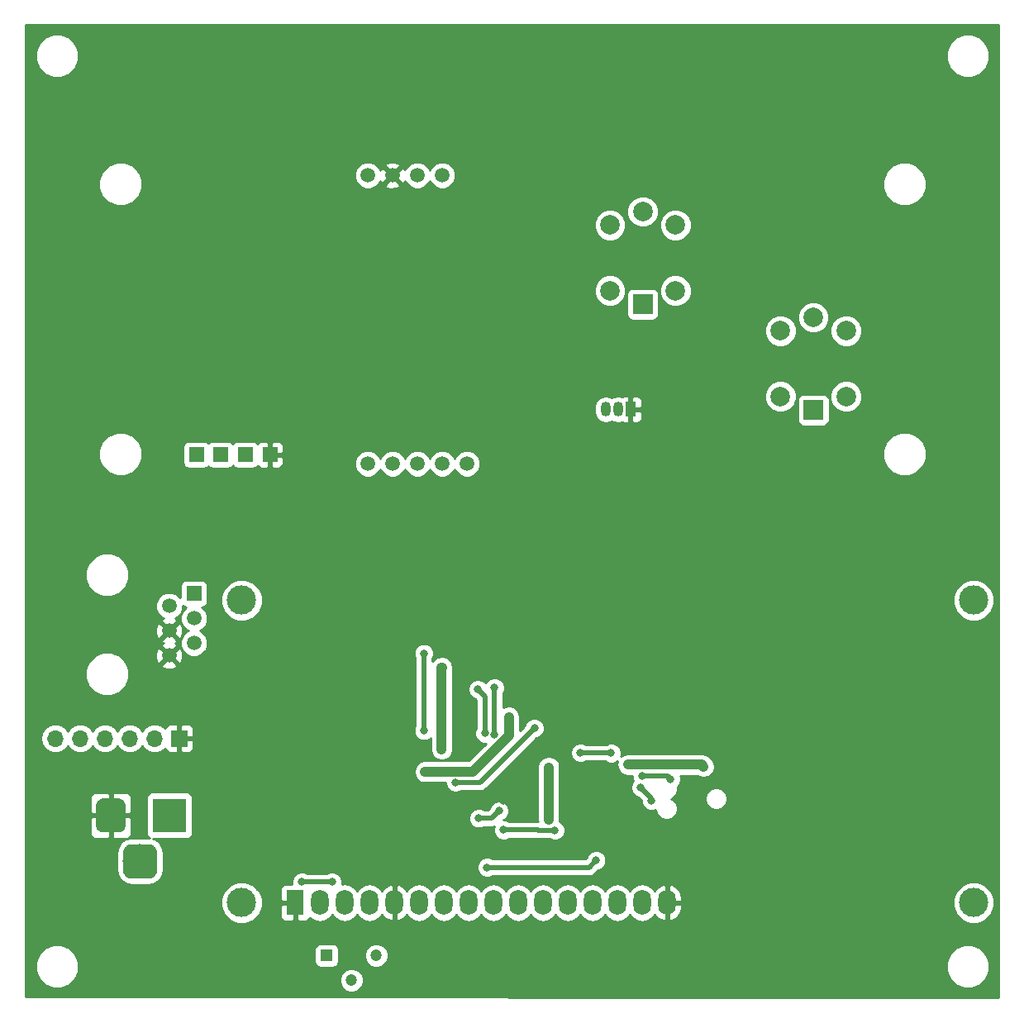
<source format=gbr>
G04 #@! TF.GenerationSoftware,KiCad,Pcbnew,5.0.2-5.fc29*
G04 #@! TF.CreationDate,2019-03-25T18:39:32+01:00*
G04 #@! TF.ProjectId,gas-sensor,6761732d-7365-46e7-936f-722e6b696361,rev?*
G04 #@! TF.SameCoordinates,Original*
G04 #@! TF.FileFunction,Copper,L2,Bot*
G04 #@! TF.FilePolarity,Positive*
%FSLAX46Y46*%
G04 Gerber Fmt 4.6, Leading zero omitted, Abs format (unit mm)*
G04 Created by KiCad (PCBNEW 5.0.2-5.fc29) date Mon 25 Mar 2019 06:39:32 PM CET*
%MOMM*%
%LPD*%
G01*
G04 APERTURE LIST*
G04 #@! TA.AperFunction,ComponentPad*
%ADD10R,1.500000X1.500000*%
G04 #@! TD*
G04 #@! TA.AperFunction,ComponentPad*
%ADD11C,1.500000*%
G04 #@! TD*
G04 #@! TA.AperFunction,ComponentPad*
%ADD12R,1.050000X1.500000*%
G04 #@! TD*
G04 #@! TA.AperFunction,ComponentPad*
%ADD13O,1.050000X1.500000*%
G04 #@! TD*
G04 #@! TA.AperFunction,ComponentPad*
%ADD14C,3.000000*%
G04 #@! TD*
G04 #@! TA.AperFunction,ComponentPad*
%ADD15O,1.800000X2.600000*%
G04 #@! TD*
G04 #@! TA.AperFunction,ComponentPad*
%ADD16R,1.800000X2.600000*%
G04 #@! TD*
G04 #@! TA.AperFunction,ComponentPad*
%ADD17O,1.700000X1.700000*%
G04 #@! TD*
G04 #@! TA.AperFunction,ComponentPad*
%ADD18R,1.700000X1.700000*%
G04 #@! TD*
G04 #@! TA.AperFunction,ComponentPad*
%ADD19R,1.520000X1.520000*%
G04 #@! TD*
G04 #@! TA.AperFunction,ComponentPad*
%ADD20C,1.520000*%
G04 #@! TD*
G04 #@! TA.AperFunction,Conductor*
%ADD21C,0.100000*%
G04 #@! TD*
G04 #@! TA.AperFunction,ComponentPad*
%ADD22C,3.500000*%
G04 #@! TD*
G04 #@! TA.AperFunction,ComponentPad*
%ADD23R,3.500000X3.500000*%
G04 #@! TD*
G04 #@! TA.AperFunction,ComponentPad*
%ADD24C,2.000000*%
G04 #@! TD*
G04 #@! TA.AperFunction,ComponentPad*
%ADD25R,2.000000X2.000000*%
G04 #@! TD*
G04 #@! TA.AperFunction,ComponentPad*
%ADD26C,1.198000*%
G04 #@! TD*
G04 #@! TA.AperFunction,ComponentPad*
%ADD27R,1.198000X1.198000*%
G04 #@! TD*
G04 #@! TA.AperFunction,ViaPad*
%ADD28C,0.800000*%
G04 #@! TD*
G04 #@! TA.AperFunction,Conductor*
%ADD29C,0.500000*%
G04 #@! TD*
G04 #@! TA.AperFunction,Conductor*
%ADD30C,1.000000*%
G04 #@! TD*
G04 #@! TA.AperFunction,Conductor*
%ADD31C,0.254000*%
G04 #@! TD*
G04 APERTURE END LIST*
D10*
G04 #@! TO.P,U3,4*
G04 #@! TO.N,GND*
X75150000Y-94220000D03*
G04 #@! TO.P,U3,3*
G04 #@! TO.N,N/C*
X72610000Y-94220000D03*
G04 #@! TO.P,U3,2*
G04 #@! TO.N,/HUM*
X70070000Y-94220000D03*
G04 #@! TO.P,U3,1*
G04 #@! TO.N,+5V*
X67610000Y-94220000D03*
G04 #@! TD*
D11*
G04 #@! TO.P,GS3,9*
G04 #@! TO.N,/PWM_MH-Z19*
X92790000Y-65595000D03*
G04 #@! TO.P,GS3,8*
G04 #@! TO.N,N/C*
X90250000Y-65595000D03*
G04 #@! TO.P,GS3,7*
G04 #@! TO.N,GND*
X87710000Y-65595000D03*
G04 #@! TO.P,GS3,1*
G04 #@! TO.N,/Sensor3*
X85170000Y-95145000D03*
G04 #@! TO.P,GS3,2*
G04 #@! TO.N,/TX_MH-Z19*
X87710000Y-95145000D03*
G04 #@! TO.P,GS3,3*
G04 #@! TO.N,/RX_MH-Z19*
X90250000Y-95145000D03*
G04 #@! TO.P,GS3,4*
G04 #@! TO.N,N/C*
X92790000Y-95145000D03*
G04 #@! TO.P,GS3,5*
X95330000Y-95145000D03*
G04 #@! TO.P,GS3,6*
G04 #@! TO.N,+5V*
X85170000Y-65595000D03*
G04 #@! TD*
D12*
G04 #@! TO.P,U1,1*
G04 #@! TO.N,GND*
X112100000Y-89580000D03*
D13*
G04 #@! TO.P,U1,3*
G04 #@! TO.N,+5V*
X109560000Y-89580000D03*
G04 #@! TO.P,U1,2*
G04 #@! TO.N,/TEMP*
X110830000Y-89580000D03*
G04 #@! TD*
D14*
G04 #@! TO.P,DS1,*
G04 #@! TO.N,*
X147247934Y-140122755D03*
X147247414Y-109122055D03*
X72248834Y-109122055D03*
X72248834Y-140122755D03*
D15*
G04 #@! TO.P,DS1,16*
G04 #@! TO.N,GND*
X115847934Y-140122755D03*
G04 #@! TO.P,DS1,15*
G04 #@! TO.N,Net-(DS1-Pad15)*
X113307934Y-140122755D03*
G04 #@! TO.P,DS1,14*
G04 #@! TO.N,/LCD4_SCK*
X110767934Y-140122755D03*
G04 #@! TO.P,DS1,13*
G04 #@! TO.N,/LCD3_MISO*
X108227934Y-140122755D03*
G04 #@! TO.P,DS1,12*
G04 #@! TO.N,/LCD2_MOSI*
X105687934Y-140122755D03*
G04 #@! TO.P,DS1,11*
G04 #@! TO.N,/LCD1*
X103147934Y-140122755D03*
G04 #@! TO.P,DS1,10*
G04 #@! TO.N,N/C*
X100607934Y-140122755D03*
G04 #@! TO.P,DS1,9*
X98067934Y-140122755D03*
G04 #@! TO.P,DS1,8*
X95527934Y-140122755D03*
G04 #@! TO.P,DS1,7*
X92987934Y-140122755D03*
G04 #@! TO.P,DS1,6*
G04 #@! TO.N,/LCD_E*
X90447934Y-140122755D03*
G04 #@! TO.P,DS1,5*
G04 #@! TO.N,GND*
X87907934Y-140122755D03*
G04 #@! TO.P,DS1,4*
G04 #@! TO.N,/LCD_RS*
X85367934Y-140122755D03*
G04 #@! TO.P,DS1,3*
G04 #@! TO.N,Net-(DS1-Pad3)*
X82827934Y-140122755D03*
G04 #@! TO.P,DS1,2*
G04 #@! TO.N,VCC*
X80287934Y-140122755D03*
D16*
G04 #@! TO.P,DS1,1*
G04 #@! TO.N,GND*
X77747934Y-140122755D03*
G04 #@! TD*
D17*
G04 #@! TO.P,J1,6*
G04 #@! TO.N,/DTR*
X53170000Y-123290000D03*
G04 #@! TO.P,J1,5*
G04 #@! TO.N,/RX*
X55710000Y-123290000D03*
G04 #@! TO.P,J1,4*
G04 #@! TO.N,/TX*
X58250000Y-123290000D03*
G04 #@! TO.P,J1,3*
G04 #@! TO.N,/VCC-FTDI*
X60790000Y-123290000D03*
G04 #@! TO.P,J1,2*
G04 #@! TO.N,N/C*
X63330000Y-123290000D03*
D18*
G04 #@! TO.P,J1,1*
G04 #@! TO.N,GND*
X65870000Y-123290000D03*
G04 #@! TD*
D19*
G04 #@! TO.P,J2,1*
G04 #@! TO.N,N/C*
X67370000Y-108450000D03*
D20*
G04 #@! TO.P,J2,2*
G04 #@! TO.N,/SCL*
X64830000Y-109720000D03*
G04 #@! TO.P,J2,3*
G04 #@! TO.N,/SDA*
X67370000Y-110990000D03*
G04 #@! TO.P,J2,4*
G04 #@! TO.N,GND*
X64830000Y-112260000D03*
G04 #@! TO.P,J2,5*
G04 #@! TO.N,N/C*
X67370000Y-113530000D03*
G04 #@! TO.P,J2,6*
G04 #@! TO.N,GND*
X64830000Y-114800000D03*
G04 #@! TD*
D21*
G04 #@! TO.N,N/C*
G04 #@! TO.C,J7*
G36*
X62810765Y-134134213D02*
X62895704Y-134146813D01*
X62978999Y-134167677D01*
X63059848Y-134196605D01*
X63137472Y-134233319D01*
X63211124Y-134277464D01*
X63280094Y-134328616D01*
X63343718Y-134386282D01*
X63401384Y-134449906D01*
X63452536Y-134518876D01*
X63496681Y-134592528D01*
X63533395Y-134670152D01*
X63562323Y-134751001D01*
X63583187Y-134834296D01*
X63595787Y-134919235D01*
X63600000Y-135005000D01*
X63600000Y-136755000D01*
X63595787Y-136840765D01*
X63583187Y-136925704D01*
X63562323Y-137008999D01*
X63533395Y-137089848D01*
X63496681Y-137167472D01*
X63452536Y-137241124D01*
X63401384Y-137310094D01*
X63343718Y-137373718D01*
X63280094Y-137431384D01*
X63211124Y-137482536D01*
X63137472Y-137526681D01*
X63059848Y-137563395D01*
X62978999Y-137592323D01*
X62895704Y-137613187D01*
X62810765Y-137625787D01*
X62725000Y-137630000D01*
X60975000Y-137630000D01*
X60889235Y-137625787D01*
X60804296Y-137613187D01*
X60721001Y-137592323D01*
X60640152Y-137563395D01*
X60562528Y-137526681D01*
X60488876Y-137482536D01*
X60419906Y-137431384D01*
X60356282Y-137373718D01*
X60298616Y-137310094D01*
X60247464Y-137241124D01*
X60203319Y-137167472D01*
X60166605Y-137089848D01*
X60137677Y-137008999D01*
X60116813Y-136925704D01*
X60104213Y-136840765D01*
X60100000Y-136755000D01*
X60100000Y-135005000D01*
X60104213Y-134919235D01*
X60116813Y-134834296D01*
X60137677Y-134751001D01*
X60166605Y-134670152D01*
X60203319Y-134592528D01*
X60247464Y-134518876D01*
X60298616Y-134449906D01*
X60356282Y-134386282D01*
X60419906Y-134328616D01*
X60488876Y-134277464D01*
X60562528Y-134233319D01*
X60640152Y-134196605D01*
X60721001Y-134167677D01*
X60804296Y-134146813D01*
X60889235Y-134134213D01*
X60975000Y-134130000D01*
X62725000Y-134130000D01*
X62810765Y-134134213D01*
X62810765Y-134134213D01*
G37*
D22*
G04 #@! TD*
G04 #@! TO.P,J7,3*
G04 #@! TO.N,N/C*
X61850000Y-135880000D03*
D21*
G04 #@! TO.N,GND*
G04 #@! TO.C,J7*
G36*
X59673513Y-129433611D02*
X59746318Y-129444411D01*
X59817714Y-129462295D01*
X59887013Y-129487090D01*
X59953548Y-129518559D01*
X60016678Y-129556398D01*
X60075795Y-129600242D01*
X60130330Y-129649670D01*
X60179758Y-129704205D01*
X60223602Y-129763322D01*
X60261441Y-129826452D01*
X60292910Y-129892987D01*
X60317705Y-129962286D01*
X60335589Y-130033682D01*
X60346389Y-130106487D01*
X60350000Y-130180000D01*
X60350000Y-132180000D01*
X60346389Y-132253513D01*
X60335589Y-132326318D01*
X60317705Y-132397714D01*
X60292910Y-132467013D01*
X60261441Y-132533548D01*
X60223602Y-132596678D01*
X60179758Y-132655795D01*
X60130330Y-132710330D01*
X60075795Y-132759758D01*
X60016678Y-132803602D01*
X59953548Y-132841441D01*
X59887013Y-132872910D01*
X59817714Y-132897705D01*
X59746318Y-132915589D01*
X59673513Y-132926389D01*
X59600000Y-132930000D01*
X58100000Y-132930000D01*
X58026487Y-132926389D01*
X57953682Y-132915589D01*
X57882286Y-132897705D01*
X57812987Y-132872910D01*
X57746452Y-132841441D01*
X57683322Y-132803602D01*
X57624205Y-132759758D01*
X57569670Y-132710330D01*
X57520242Y-132655795D01*
X57476398Y-132596678D01*
X57438559Y-132533548D01*
X57407090Y-132467013D01*
X57382295Y-132397714D01*
X57364411Y-132326318D01*
X57353611Y-132253513D01*
X57350000Y-132180000D01*
X57350000Y-130180000D01*
X57353611Y-130106487D01*
X57364411Y-130033682D01*
X57382295Y-129962286D01*
X57407090Y-129892987D01*
X57438559Y-129826452D01*
X57476398Y-129763322D01*
X57520242Y-129704205D01*
X57569670Y-129649670D01*
X57624205Y-129600242D01*
X57683322Y-129556398D01*
X57746452Y-129518559D01*
X57812987Y-129487090D01*
X57882286Y-129462295D01*
X57953682Y-129444411D01*
X58026487Y-129433611D01*
X58100000Y-129430000D01*
X59600000Y-129430000D01*
X59673513Y-129433611D01*
X59673513Y-129433611D01*
G37*
D14*
G04 #@! TD*
G04 #@! TO.P,J7,2*
G04 #@! TO.N,GND*
X58850000Y-131180000D03*
D23*
G04 #@! TO.P,J7,1*
G04 #@! TO.N,+5V*
X64850000Y-131180000D03*
G04 #@! TD*
D24*
G04 #@! TO.P,GS1,1*
G04 #@! TO.N,/Sensor1*
X134178750Y-88248750D03*
D25*
G04 #@! TO.P,GS1,6*
G04 #@! TO.N,Net-(GS1-Pad6)*
X130820000Y-89640000D03*
D24*
G04 #@! TO.P,GS1,2*
G04 #@! TO.N,/Sensor1*
X127461250Y-88248750D03*
G04 #@! TO.P,GS1,4*
G04 #@! TO.N,+5V*
X127461250Y-81531250D03*
G04 #@! TO.P,GS1,5*
X130820000Y-80140000D03*
G04 #@! TO.P,GS1,3*
X134178750Y-81531250D03*
G04 #@! TD*
G04 #@! TO.P,GS2,1*
G04 #@! TO.N,/Sensor2*
X116698750Y-77408750D03*
D25*
G04 #@! TO.P,GS2,6*
G04 #@! TO.N,Net-(GS2-Pad6)*
X113340000Y-78800000D03*
D24*
G04 #@! TO.P,GS2,2*
G04 #@! TO.N,/Sensor2*
X109981250Y-77408750D03*
G04 #@! TO.P,GS2,4*
G04 #@! TO.N,+5V*
X109981250Y-70691250D03*
G04 #@! TO.P,GS2,5*
X113340000Y-69300000D03*
G04 #@! TO.P,GS2,3*
X116698750Y-70691250D03*
G04 #@! TD*
D26*
G04 #@! TO.P,R7,3*
G04 #@! TO.N,Net-(DS1-Pad3)*
X86040000Y-145525000D03*
G04 #@! TO.P,R7,2*
G04 #@! TO.N,N/C*
X83500000Y-148065000D03*
D27*
G04 #@! TO.P,R7,1*
G04 #@! TO.N,VCC*
X80960000Y-145525000D03*
G04 #@! TD*
D28*
G04 #@! TO.N,GND*
X104320000Y-123200000D03*
X108840000Y-126600000D03*
X80250000Y-132950000D03*
X117070000Y-120920000D03*
X116890000Y-132150000D03*
X132095513Y-140108738D03*
X94420000Y-129250000D03*
X99090000Y-129640000D03*
X89220000Y-138430000D03*
G04 #@! TO.N,/RESET*
X99087790Y-132668212D03*
X104350000Y-132690000D03*
X113276031Y-127166031D03*
X116200000Y-127440032D03*
G04 #@! TO.N,/SDA*
X98161426Y-122873923D03*
X98165895Y-118100535D03*
G04 #@! TO.N,/SCL*
X97167934Y-122760000D03*
X96442069Y-118244165D03*
G04 #@! TO.N,/Sensor3*
X92750000Y-124410000D03*
X92770000Y-116000000D03*
G04 #@! TO.N,/TEMP*
X94150000Y-127800000D03*
X102238340Y-122247073D03*
G04 #@! TO.N,VCC*
X96540000Y-131470000D03*
X98650000Y-130700000D03*
X111860000Y-125970000D03*
X119590000Y-126180000D03*
X99640000Y-121110000D03*
X91050001Y-126699999D03*
G04 #@! TO.N,/PWM_MH-Z19*
X90920000Y-122490000D03*
X90920000Y-114580000D03*
G04 #@! TO.N,/HUM*
X81500000Y-137980000D03*
X78410000Y-137980000D03*
G04 #@! TO.N,/Sensor2*
X103710000Y-126250000D03*
X103710000Y-131650000D03*
G04 #@! TO.N,/Sensor1_ON*
X106952182Y-124762182D03*
X110110000Y-124790000D03*
G04 #@! TO.N,/LCD_LED*
X108557934Y-135792755D03*
X97396548Y-136493451D03*
G04 #@! TO.N,/LCD3_MISO*
X113119997Y-128312029D03*
X114211062Y-129681062D03*
G04 #@! TD*
D29*
G04 #@! TO.N,/RESET*
X99087790Y-132668212D02*
X102601788Y-132668212D01*
X102623576Y-132690000D02*
X104350000Y-132690000D01*
X102601788Y-132668212D02*
X102623576Y-132690000D01*
X113276031Y-127166031D02*
X115925999Y-127166031D01*
X115925999Y-127166031D02*
X116200000Y-127440032D01*
G04 #@! TO.N,/SDA*
X98161426Y-118105004D02*
X98165895Y-118100535D01*
X98161426Y-122873923D02*
X98161426Y-118105004D01*
G04 #@! TO.N,/SCL*
X96842068Y-118644164D02*
X96442069Y-118244165D01*
X97167934Y-122760000D02*
X97167934Y-118970030D01*
X97167934Y-118970030D02*
X96842068Y-118644164D01*
D30*
G04 #@! TO.N,/Sensor3*
X92750000Y-124410000D02*
X92750000Y-116820000D01*
X92750000Y-116020000D02*
X92770000Y-116000000D01*
X92750000Y-116820000D02*
X92750000Y-116020000D01*
D29*
G04 #@! TO.N,/TEMP*
X101838341Y-122647072D02*
X102238340Y-122247073D01*
X94150000Y-127800000D02*
X96685413Y-127800000D01*
X96685413Y-127800000D02*
X101838341Y-122647072D01*
G04 #@! TO.N,VCC*
X97880000Y-131470000D02*
X98650000Y-130700000D01*
X96540000Y-131470000D02*
X97880000Y-131470000D01*
D30*
X119380000Y-125970000D02*
X119590000Y-126180000D01*
X111860000Y-125970000D02*
X119380000Y-125970000D01*
X95963352Y-126699999D02*
X91050001Y-126699999D01*
X99640000Y-123023351D02*
X95963352Y-126699999D01*
X99640000Y-121110000D02*
X99640000Y-123023351D01*
D29*
G04 #@! TO.N,/PWM_MH-Z19*
X90920000Y-122490000D02*
X90920000Y-114580000D01*
G04 #@! TO.N,/HUM*
X81500000Y-137980000D02*
X78410000Y-137980000D01*
D30*
G04 #@! TO.N,/Sensor2*
X103710000Y-126250000D02*
X103710000Y-126815685D01*
X103710000Y-126815685D02*
X103710000Y-131650000D01*
D29*
G04 #@! TO.N,/Sensor1_ON*
X110082182Y-124762182D02*
X110110000Y-124790000D01*
X106952182Y-124762182D02*
X110082182Y-124762182D01*
G04 #@! TO.N,/LCD_LED*
X97971537Y-136502755D02*
X107847934Y-136502755D01*
X97962233Y-136493451D02*
X97971537Y-136502755D01*
X107847934Y-136502755D02*
X108557934Y-135792755D01*
X97396548Y-136493451D02*
X97962233Y-136493451D01*
G04 #@! TO.N,/LCD3_MISO*
X113119997Y-128312029D02*
X114211062Y-129403094D01*
X114211062Y-129403094D02*
X114211062Y-129681062D01*
G04 #@! TD*
D31*
G04 #@! TO.N,GND*
G36*
X149813000Y-149822924D02*
X50127000Y-149763076D01*
X50127000Y-146205431D01*
X51115000Y-146205431D01*
X51115000Y-147094569D01*
X51455259Y-147916026D01*
X52083974Y-148544741D01*
X52905431Y-148885000D01*
X53794569Y-148885000D01*
X54616026Y-148544741D01*
X55244741Y-147916026D01*
X55284706Y-147819542D01*
X82266000Y-147819542D01*
X82266000Y-148310458D01*
X82453866Y-148764005D01*
X82800995Y-149111134D01*
X83254542Y-149299000D01*
X83745458Y-149299000D01*
X84199005Y-149111134D01*
X84546134Y-148764005D01*
X84734000Y-148310458D01*
X84734000Y-147819542D01*
X84546134Y-147365995D01*
X84199005Y-147018866D01*
X83745458Y-146831000D01*
X83254542Y-146831000D01*
X82800995Y-147018866D01*
X82453866Y-147365995D01*
X82266000Y-147819542D01*
X55284706Y-147819542D01*
X55585000Y-147094569D01*
X55585000Y-146205431D01*
X55244741Y-145383974D01*
X54786767Y-144926000D01*
X79713560Y-144926000D01*
X79713560Y-146124000D01*
X79762843Y-146371765D01*
X79903191Y-146581809D01*
X80113235Y-146722157D01*
X80361000Y-146771440D01*
X81559000Y-146771440D01*
X81806765Y-146722157D01*
X82016809Y-146581809D01*
X82157157Y-146371765D01*
X82206440Y-146124000D01*
X82206440Y-145279542D01*
X84806000Y-145279542D01*
X84806000Y-145770458D01*
X84993866Y-146224005D01*
X85340995Y-146571134D01*
X85794542Y-146759000D01*
X86285458Y-146759000D01*
X86739005Y-146571134D01*
X87086134Y-146224005D01*
X87093827Y-146205431D01*
X144415000Y-146205431D01*
X144415000Y-147094569D01*
X144755259Y-147916026D01*
X145383974Y-148544741D01*
X146205431Y-148885000D01*
X147094569Y-148885000D01*
X147916026Y-148544741D01*
X148544741Y-147916026D01*
X148885000Y-147094569D01*
X148885000Y-146205431D01*
X148544741Y-145383974D01*
X147916026Y-144755259D01*
X147094569Y-144415000D01*
X146205431Y-144415000D01*
X145383974Y-144755259D01*
X144755259Y-145383974D01*
X144415000Y-146205431D01*
X87093827Y-146205431D01*
X87274000Y-145770458D01*
X87274000Y-145279542D01*
X87086134Y-144825995D01*
X86739005Y-144478866D01*
X86285458Y-144291000D01*
X85794542Y-144291000D01*
X85340995Y-144478866D01*
X84993866Y-144825995D01*
X84806000Y-145279542D01*
X82206440Y-145279542D01*
X82206440Y-144926000D01*
X82157157Y-144678235D01*
X82016809Y-144468191D01*
X81806765Y-144327843D01*
X81559000Y-144278560D01*
X80361000Y-144278560D01*
X80113235Y-144327843D01*
X79903191Y-144468191D01*
X79762843Y-144678235D01*
X79713560Y-144926000D01*
X54786767Y-144926000D01*
X54616026Y-144755259D01*
X53794569Y-144415000D01*
X52905431Y-144415000D01*
X52083974Y-144755259D01*
X51455259Y-145383974D01*
X51115000Y-146205431D01*
X50127000Y-146205431D01*
X50127000Y-139698077D01*
X70113834Y-139698077D01*
X70113834Y-140547433D01*
X70438868Y-141332135D01*
X71039454Y-141932721D01*
X71824156Y-142257755D01*
X72673512Y-142257755D01*
X73458214Y-141932721D01*
X74058800Y-141332135D01*
X74383834Y-140547433D01*
X74383834Y-140408505D01*
X76212934Y-140408505D01*
X76212934Y-141549065D01*
X76309607Y-141782454D01*
X76488236Y-141961082D01*
X76721625Y-142057755D01*
X77462184Y-142057755D01*
X77620934Y-141899005D01*
X77620934Y-140249755D01*
X76371684Y-140249755D01*
X76212934Y-140408505D01*
X74383834Y-140408505D01*
X74383834Y-139698077D01*
X74058800Y-138913375D01*
X73841870Y-138696445D01*
X76212934Y-138696445D01*
X76212934Y-139837005D01*
X76371684Y-139995755D01*
X77620934Y-139995755D01*
X77620934Y-139975755D01*
X77874934Y-139975755D01*
X77874934Y-139995755D01*
X77894934Y-139995755D01*
X77894934Y-140249755D01*
X77874934Y-140249755D01*
X77874934Y-141899005D01*
X78033684Y-142057755D01*
X78774243Y-142057755D01*
X79007632Y-141961082D01*
X79186261Y-141782454D01*
X79234823Y-141665216D01*
X79689008Y-141968693D01*
X80287934Y-142087827D01*
X80886861Y-141968693D01*
X81394607Y-141629428D01*
X81557934Y-141384991D01*
X81721262Y-141629428D01*
X82229008Y-141968693D01*
X82827934Y-142087827D01*
X83426861Y-141968693D01*
X83934607Y-141629428D01*
X84097934Y-141384991D01*
X84261262Y-141629428D01*
X84769008Y-141968693D01*
X85367934Y-142087827D01*
X85966861Y-141968693D01*
X86474607Y-141629428D01*
X86649637Y-141367478D01*
X86912328Y-141697967D01*
X87437848Y-141989511D01*
X87543194Y-142013791D01*
X87780934Y-141893133D01*
X87780934Y-140249755D01*
X87760934Y-140249755D01*
X87760934Y-139995755D01*
X87780934Y-139995755D01*
X87780934Y-138352377D01*
X88034934Y-138352377D01*
X88034934Y-139995755D01*
X88054934Y-139995755D01*
X88054934Y-140249755D01*
X88034934Y-140249755D01*
X88034934Y-141893133D01*
X88272674Y-142013791D01*
X88378020Y-141989511D01*
X88903540Y-141697967D01*
X89166232Y-141367477D01*
X89341262Y-141629428D01*
X89849008Y-141968693D01*
X90447934Y-142087827D01*
X91046861Y-141968693D01*
X91554607Y-141629428D01*
X91717934Y-141384991D01*
X91881262Y-141629428D01*
X92389008Y-141968693D01*
X92987934Y-142087827D01*
X93586861Y-141968693D01*
X94094607Y-141629428D01*
X94257934Y-141384991D01*
X94421262Y-141629428D01*
X94929008Y-141968693D01*
X95527934Y-142087827D01*
X96126861Y-141968693D01*
X96634607Y-141629428D01*
X96797934Y-141384991D01*
X96961262Y-141629428D01*
X97469008Y-141968693D01*
X98067934Y-142087827D01*
X98666861Y-141968693D01*
X99174607Y-141629428D01*
X99337934Y-141384991D01*
X99501262Y-141629428D01*
X100009008Y-141968693D01*
X100607934Y-142087827D01*
X101206861Y-141968693D01*
X101714607Y-141629428D01*
X101877934Y-141384991D01*
X102041262Y-141629428D01*
X102549008Y-141968693D01*
X103147934Y-142087827D01*
X103746861Y-141968693D01*
X104254607Y-141629428D01*
X104417934Y-141384991D01*
X104581262Y-141629428D01*
X105089008Y-141968693D01*
X105687934Y-142087827D01*
X106286861Y-141968693D01*
X106794607Y-141629428D01*
X106957934Y-141384991D01*
X107121262Y-141629428D01*
X107629008Y-141968693D01*
X108227934Y-142087827D01*
X108826861Y-141968693D01*
X109334607Y-141629428D01*
X109497934Y-141384991D01*
X109661262Y-141629428D01*
X110169008Y-141968693D01*
X110767934Y-142087827D01*
X111366861Y-141968693D01*
X111874607Y-141629428D01*
X112037934Y-141384991D01*
X112201262Y-141629428D01*
X112709008Y-141968693D01*
X113307934Y-142087827D01*
X113906861Y-141968693D01*
X114414607Y-141629428D01*
X114589637Y-141367478D01*
X114852328Y-141697967D01*
X115377848Y-141989511D01*
X115483194Y-142013791D01*
X115720934Y-141893133D01*
X115720934Y-140249755D01*
X115974934Y-140249755D01*
X115974934Y-141893133D01*
X116212674Y-142013791D01*
X116318020Y-141989511D01*
X116843540Y-141697967D01*
X117217488Y-141227507D01*
X117382934Y-140649755D01*
X117382934Y-140249755D01*
X115974934Y-140249755D01*
X115720934Y-140249755D01*
X115700934Y-140249755D01*
X115700934Y-139995755D01*
X115720934Y-139995755D01*
X115720934Y-138352377D01*
X115974934Y-138352377D01*
X115974934Y-139995755D01*
X117382934Y-139995755D01*
X117382934Y-139698077D01*
X145112934Y-139698077D01*
X145112934Y-140547433D01*
X145437968Y-141332135D01*
X146038554Y-141932721D01*
X146823256Y-142257755D01*
X147672612Y-142257755D01*
X148457314Y-141932721D01*
X149057900Y-141332135D01*
X149382934Y-140547433D01*
X149382934Y-139698077D01*
X149057900Y-138913375D01*
X148457314Y-138312789D01*
X147672612Y-137987755D01*
X146823256Y-137987755D01*
X146038554Y-138312789D01*
X145437968Y-138913375D01*
X145112934Y-139698077D01*
X117382934Y-139698077D01*
X117382934Y-139595755D01*
X117217488Y-139018003D01*
X116843540Y-138547543D01*
X116318020Y-138255999D01*
X116212674Y-138231719D01*
X115974934Y-138352377D01*
X115720934Y-138352377D01*
X115483194Y-138231719D01*
X115377848Y-138255999D01*
X114852328Y-138547543D01*
X114589637Y-138878032D01*
X114414607Y-138616082D01*
X113906860Y-138276817D01*
X113307934Y-138157683D01*
X112709007Y-138276817D01*
X112201261Y-138616082D01*
X112037934Y-138860518D01*
X111874607Y-138616082D01*
X111366860Y-138276817D01*
X110767934Y-138157683D01*
X110169007Y-138276817D01*
X109661261Y-138616082D01*
X109497934Y-138860518D01*
X109334607Y-138616082D01*
X108826860Y-138276817D01*
X108227934Y-138157683D01*
X107629007Y-138276817D01*
X107121261Y-138616082D01*
X106957934Y-138860518D01*
X106794607Y-138616082D01*
X106286860Y-138276817D01*
X105687934Y-138157683D01*
X105089007Y-138276817D01*
X104581261Y-138616082D01*
X104417934Y-138860518D01*
X104254607Y-138616082D01*
X103746860Y-138276817D01*
X103147934Y-138157683D01*
X102549007Y-138276817D01*
X102041261Y-138616082D01*
X101877934Y-138860518D01*
X101714607Y-138616082D01*
X101206860Y-138276817D01*
X100607934Y-138157683D01*
X100009007Y-138276817D01*
X99501261Y-138616082D01*
X99337934Y-138860518D01*
X99174607Y-138616082D01*
X98666860Y-138276817D01*
X98067934Y-138157683D01*
X97469007Y-138276817D01*
X96961261Y-138616082D01*
X96797934Y-138860518D01*
X96634607Y-138616082D01*
X96126860Y-138276817D01*
X95527934Y-138157683D01*
X94929007Y-138276817D01*
X94421261Y-138616082D01*
X94257934Y-138860518D01*
X94094607Y-138616082D01*
X93586860Y-138276817D01*
X92987934Y-138157683D01*
X92389007Y-138276817D01*
X91881261Y-138616082D01*
X91717934Y-138860518D01*
X91554607Y-138616082D01*
X91046860Y-138276817D01*
X90447934Y-138157683D01*
X89849007Y-138276817D01*
X89341261Y-138616082D01*
X89166232Y-138878033D01*
X88903540Y-138547543D01*
X88378020Y-138255999D01*
X88272674Y-138231719D01*
X88034934Y-138352377D01*
X87780934Y-138352377D01*
X87543194Y-138231719D01*
X87437848Y-138255999D01*
X86912328Y-138547543D01*
X86649637Y-138878032D01*
X86474607Y-138616082D01*
X85966860Y-138276817D01*
X85367934Y-138157683D01*
X84769007Y-138276817D01*
X84261261Y-138616082D01*
X84097934Y-138860518D01*
X83934607Y-138616082D01*
X83426860Y-138276817D01*
X82827934Y-138157683D01*
X82521423Y-138218652D01*
X82535000Y-138185874D01*
X82535000Y-137774126D01*
X82377431Y-137393720D01*
X82086280Y-137102569D01*
X81705874Y-136945000D01*
X81294126Y-136945000D01*
X80931993Y-137095000D01*
X78978007Y-137095000D01*
X78615874Y-136945000D01*
X78204126Y-136945000D01*
X77823720Y-137102569D01*
X77532569Y-137393720D01*
X77375000Y-137774126D01*
X77375000Y-138185874D01*
X77375779Y-138187755D01*
X76721625Y-138187755D01*
X76488236Y-138284428D01*
X76309607Y-138463056D01*
X76212934Y-138696445D01*
X73841870Y-138696445D01*
X73458214Y-138312789D01*
X72673512Y-137987755D01*
X71824156Y-137987755D01*
X71039454Y-138312789D01*
X70438868Y-138913375D01*
X70113834Y-139698077D01*
X50127000Y-139698077D01*
X50127000Y-135005000D01*
X59452560Y-135005000D01*
X59452560Y-136755000D01*
X59568449Y-137337613D01*
X59898472Y-137831528D01*
X60392387Y-138161551D01*
X60975000Y-138277440D01*
X62725000Y-138277440D01*
X63307613Y-138161551D01*
X63801528Y-137831528D01*
X64131551Y-137337613D01*
X64247440Y-136755000D01*
X64247440Y-136287577D01*
X96361548Y-136287577D01*
X96361548Y-136699325D01*
X96519117Y-137079731D01*
X96810268Y-137370882D01*
X97190674Y-137528451D01*
X97602422Y-137528451D01*
X97923369Y-137395511D01*
X97971537Y-137405092D01*
X98058698Y-137387755D01*
X107760773Y-137387755D01*
X107847934Y-137405092D01*
X107935095Y-137387755D01*
X107935099Y-137387755D01*
X108193244Y-137336407D01*
X108485983Y-137140804D01*
X108535359Y-137066908D01*
X108782082Y-136820186D01*
X109144214Y-136670186D01*
X109435365Y-136379035D01*
X109592934Y-135998629D01*
X109592934Y-135586881D01*
X109435365Y-135206475D01*
X109144214Y-134915324D01*
X108763808Y-134757755D01*
X108352060Y-134757755D01*
X107971654Y-134915324D01*
X107680503Y-135206475D01*
X107530503Y-135568607D01*
X107481356Y-135617755D01*
X98096173Y-135617755D01*
X98049398Y-135608451D01*
X98049394Y-135608451D01*
X97962233Y-135591114D01*
X97935525Y-135596426D01*
X97602422Y-135458451D01*
X97190674Y-135458451D01*
X96810268Y-135616020D01*
X96519117Y-135907171D01*
X96361548Y-136287577D01*
X64247440Y-136287577D01*
X64247440Y-135005000D01*
X64131551Y-134422387D01*
X63801528Y-133928472D01*
X63307613Y-133598449D01*
X63201994Y-133577440D01*
X66600000Y-133577440D01*
X66847765Y-133528157D01*
X67057809Y-133387809D01*
X67198157Y-133177765D01*
X67247440Y-132930000D01*
X67247440Y-131264126D01*
X95505000Y-131264126D01*
X95505000Y-131675874D01*
X95662569Y-132056280D01*
X95953720Y-132347431D01*
X96334126Y-132505000D01*
X96745874Y-132505000D01*
X97108007Y-132355000D01*
X97792839Y-132355000D01*
X97880000Y-132372337D01*
X97967161Y-132355000D01*
X97967165Y-132355000D01*
X98108931Y-132326801D01*
X98052790Y-132462338D01*
X98052790Y-132874086D01*
X98210359Y-133254492D01*
X98501510Y-133545643D01*
X98881916Y-133703212D01*
X99293664Y-133703212D01*
X99655797Y-133553212D01*
X102426875Y-133553212D01*
X102536411Y-133575000D01*
X102536415Y-133575000D01*
X102623576Y-133592337D01*
X102710737Y-133575000D01*
X103781993Y-133575000D01*
X104144126Y-133725000D01*
X104555874Y-133725000D01*
X104936280Y-133567431D01*
X105227431Y-133276280D01*
X105385000Y-132895874D01*
X105385000Y-132484126D01*
X105227431Y-132103720D01*
X104936280Y-131812569D01*
X104842615Y-131773772D01*
X104845000Y-131761783D01*
X104845000Y-126138217D01*
X104779146Y-125807145D01*
X104528289Y-125431711D01*
X104152854Y-125180854D01*
X103710000Y-125092765D01*
X103267145Y-125180854D01*
X102891711Y-125431711D01*
X102640854Y-125807146D01*
X102575000Y-126138218D01*
X102575000Y-126703903D01*
X102575001Y-131761783D01*
X102576803Y-131770845D01*
X102514627Y-131783212D01*
X99655797Y-131783212D01*
X99293664Y-131633212D01*
X99101612Y-131633212D01*
X99236280Y-131577431D01*
X99527431Y-131286280D01*
X99685000Y-130905874D01*
X99685000Y-130494126D01*
X99527431Y-130113720D01*
X99236280Y-129822569D01*
X98855874Y-129665000D01*
X98444126Y-129665000D01*
X98063720Y-129822569D01*
X97772569Y-130113720D01*
X97622569Y-130475852D01*
X97513422Y-130585000D01*
X97108007Y-130585000D01*
X96745874Y-130435000D01*
X96334126Y-130435000D01*
X95953720Y-130592569D01*
X95662569Y-130883720D01*
X95505000Y-131264126D01*
X67247440Y-131264126D01*
X67247440Y-129430000D01*
X67198157Y-129182235D01*
X67057809Y-128972191D01*
X66847765Y-128831843D01*
X66600000Y-128782560D01*
X63100000Y-128782560D01*
X62852235Y-128831843D01*
X62642191Y-128972191D01*
X62501843Y-129182235D01*
X62452560Y-129430000D01*
X62452560Y-132930000D01*
X62501843Y-133177765D01*
X62642191Y-133387809D01*
X62809001Y-133499269D01*
X62725000Y-133482560D01*
X60975000Y-133482560D01*
X60392387Y-133598449D01*
X59898472Y-133928472D01*
X59568449Y-134422387D01*
X59452560Y-135005000D01*
X50127000Y-135005000D01*
X50127000Y-131465750D01*
X56715000Y-131465750D01*
X56715000Y-133056310D01*
X56811673Y-133289699D01*
X56990302Y-133468327D01*
X57223691Y-133565000D01*
X58564250Y-133565000D01*
X58723000Y-133406250D01*
X58723000Y-131307000D01*
X58977000Y-131307000D01*
X58977000Y-133406250D01*
X59135750Y-133565000D01*
X60476309Y-133565000D01*
X60709698Y-133468327D01*
X60888327Y-133289699D01*
X60985000Y-133056310D01*
X60985000Y-131465750D01*
X60826250Y-131307000D01*
X58977000Y-131307000D01*
X58723000Y-131307000D01*
X56873750Y-131307000D01*
X56715000Y-131465750D01*
X50127000Y-131465750D01*
X50127000Y-129303690D01*
X56715000Y-129303690D01*
X56715000Y-130894250D01*
X56873750Y-131053000D01*
X58723000Y-131053000D01*
X58723000Y-128953750D01*
X58977000Y-128953750D01*
X58977000Y-131053000D01*
X60826250Y-131053000D01*
X60985000Y-130894250D01*
X60985000Y-129303690D01*
X60888327Y-129070301D01*
X60709698Y-128891673D01*
X60476309Y-128795000D01*
X59135750Y-128795000D01*
X58977000Y-128953750D01*
X58723000Y-128953750D01*
X58564250Y-128795000D01*
X57223691Y-128795000D01*
X56990302Y-128891673D01*
X56811673Y-129070301D01*
X56715000Y-129303690D01*
X50127000Y-129303690D01*
X50127000Y-123290000D01*
X51655908Y-123290000D01*
X51771161Y-123869418D01*
X52099375Y-124360625D01*
X52590582Y-124688839D01*
X53023744Y-124775000D01*
X53316256Y-124775000D01*
X53749418Y-124688839D01*
X54240625Y-124360625D01*
X54440000Y-124062239D01*
X54639375Y-124360625D01*
X55130582Y-124688839D01*
X55563744Y-124775000D01*
X55856256Y-124775000D01*
X56289418Y-124688839D01*
X56780625Y-124360625D01*
X56980000Y-124062239D01*
X57179375Y-124360625D01*
X57670582Y-124688839D01*
X58103744Y-124775000D01*
X58396256Y-124775000D01*
X58829418Y-124688839D01*
X59320625Y-124360625D01*
X59520000Y-124062239D01*
X59719375Y-124360625D01*
X60210582Y-124688839D01*
X60643744Y-124775000D01*
X60936256Y-124775000D01*
X61369418Y-124688839D01*
X61860625Y-124360625D01*
X62060000Y-124062239D01*
X62259375Y-124360625D01*
X62750582Y-124688839D01*
X63183744Y-124775000D01*
X63476256Y-124775000D01*
X63909418Y-124688839D01*
X64400625Y-124360625D01*
X64415096Y-124338967D01*
X64481673Y-124499698D01*
X64660301Y-124678327D01*
X64893690Y-124775000D01*
X65584250Y-124775000D01*
X65743000Y-124616250D01*
X65743000Y-123417000D01*
X65997000Y-123417000D01*
X65997000Y-124616250D01*
X66155750Y-124775000D01*
X66846310Y-124775000D01*
X67079699Y-124678327D01*
X67258327Y-124499698D01*
X67355000Y-124266309D01*
X67355000Y-123575750D01*
X67196250Y-123417000D01*
X65997000Y-123417000D01*
X65743000Y-123417000D01*
X65723000Y-123417000D01*
X65723000Y-123163000D01*
X65743000Y-123163000D01*
X65743000Y-121963750D01*
X65997000Y-121963750D01*
X65997000Y-123163000D01*
X67196250Y-123163000D01*
X67355000Y-123004250D01*
X67355000Y-122313691D01*
X67258327Y-122080302D01*
X67079699Y-121901673D01*
X66846310Y-121805000D01*
X66155750Y-121805000D01*
X65997000Y-121963750D01*
X65743000Y-121963750D01*
X65584250Y-121805000D01*
X64893690Y-121805000D01*
X64660301Y-121901673D01*
X64481673Y-122080302D01*
X64415096Y-122241033D01*
X64400625Y-122219375D01*
X63909418Y-121891161D01*
X63476256Y-121805000D01*
X63183744Y-121805000D01*
X62750582Y-121891161D01*
X62259375Y-122219375D01*
X62060000Y-122517761D01*
X61860625Y-122219375D01*
X61369418Y-121891161D01*
X60936256Y-121805000D01*
X60643744Y-121805000D01*
X60210582Y-121891161D01*
X59719375Y-122219375D01*
X59520000Y-122517761D01*
X59320625Y-122219375D01*
X58829418Y-121891161D01*
X58396256Y-121805000D01*
X58103744Y-121805000D01*
X57670582Y-121891161D01*
X57179375Y-122219375D01*
X56980000Y-122517761D01*
X56780625Y-122219375D01*
X56289418Y-121891161D01*
X55856256Y-121805000D01*
X55563744Y-121805000D01*
X55130582Y-121891161D01*
X54639375Y-122219375D01*
X54440000Y-122517761D01*
X54240625Y-122219375D01*
X53749418Y-121891161D01*
X53316256Y-121805000D01*
X53023744Y-121805000D01*
X52590582Y-121891161D01*
X52099375Y-122219375D01*
X51771161Y-122710582D01*
X51655908Y-123290000D01*
X50127000Y-123290000D01*
X50127000Y-116250458D01*
X56220000Y-116250458D01*
X56220000Y-117149542D01*
X56564065Y-117980187D01*
X57199813Y-118615935D01*
X58030458Y-118960000D01*
X58929542Y-118960000D01*
X59760187Y-118615935D01*
X60395935Y-117980187D01*
X60740000Y-117149542D01*
X60740000Y-116250458D01*
X60544618Y-115778764D01*
X64030841Y-115778764D01*
X64100059Y-116020742D01*
X64622780Y-116207155D01*
X65177049Y-116179341D01*
X65559941Y-116020742D01*
X65629159Y-115778764D01*
X64830000Y-114979605D01*
X64030841Y-115778764D01*
X60544618Y-115778764D01*
X60395935Y-115419813D01*
X59760187Y-114784065D01*
X59298385Y-114592780D01*
X63422845Y-114592780D01*
X63450659Y-115147049D01*
X63609258Y-115529941D01*
X63851236Y-115599159D01*
X64650395Y-114800000D01*
X65009605Y-114800000D01*
X65808764Y-115599159D01*
X66050742Y-115529941D01*
X66237155Y-115007220D01*
X66209341Y-114452951D01*
X66050742Y-114070059D01*
X65808764Y-114000841D01*
X65009605Y-114800000D01*
X64650395Y-114800000D01*
X63851236Y-114000841D01*
X63609258Y-114070059D01*
X63422845Y-114592780D01*
X59298385Y-114592780D01*
X58929542Y-114440000D01*
X58030458Y-114440000D01*
X57199813Y-114784065D01*
X56564065Y-115419813D01*
X56220000Y-116250458D01*
X50127000Y-116250458D01*
X50127000Y-113238764D01*
X64030841Y-113238764D01*
X64100059Y-113480742D01*
X64227863Y-113526320D01*
X64100059Y-113579258D01*
X64030841Y-113821236D01*
X64830000Y-114620395D01*
X65629159Y-113821236D01*
X65559941Y-113579258D01*
X65432137Y-113533680D01*
X65559941Y-113480742D01*
X65629159Y-113238764D01*
X64830000Y-112439605D01*
X64030841Y-113238764D01*
X50127000Y-113238764D01*
X50127000Y-112052780D01*
X63422845Y-112052780D01*
X63450659Y-112607049D01*
X63609258Y-112989941D01*
X63851236Y-113059159D01*
X64650395Y-112260000D01*
X65009605Y-112260000D01*
X65808764Y-113059159D01*
X66050742Y-112989941D01*
X66237155Y-112467220D01*
X66209341Y-111912951D01*
X66050742Y-111530059D01*
X65808764Y-111460841D01*
X65009605Y-112260000D01*
X64650395Y-112260000D01*
X63851236Y-111460841D01*
X63609258Y-111530059D01*
X63422845Y-112052780D01*
X50127000Y-112052780D01*
X50127000Y-109442517D01*
X63435000Y-109442517D01*
X63435000Y-109997483D01*
X63647376Y-110510204D01*
X64039796Y-110902624D01*
X64234859Y-110983422D01*
X64100059Y-111039258D01*
X64030841Y-111281236D01*
X64830000Y-112080395D01*
X65629159Y-111281236D01*
X65559941Y-111039258D01*
X65415069Y-110987594D01*
X65620204Y-110902624D01*
X66012624Y-110510204D01*
X66225000Y-109997483D01*
X66225000Y-109716459D01*
X66362235Y-109808157D01*
X66543049Y-109844123D01*
X66187376Y-110199796D01*
X65975000Y-110712517D01*
X65975000Y-111267483D01*
X66187376Y-111780204D01*
X66579796Y-112172624D01*
X66790740Y-112260000D01*
X66579796Y-112347376D01*
X66187376Y-112739796D01*
X65975000Y-113252517D01*
X65975000Y-113807483D01*
X66187376Y-114320204D01*
X66579796Y-114712624D01*
X67092517Y-114925000D01*
X67647483Y-114925000D01*
X68160204Y-114712624D01*
X68498702Y-114374126D01*
X89885000Y-114374126D01*
X89885000Y-114785874D01*
X90035001Y-115148009D01*
X90035000Y-121921993D01*
X89885000Y-122284126D01*
X89885000Y-122695874D01*
X90042569Y-123076280D01*
X90333720Y-123367431D01*
X90714126Y-123525000D01*
X91125874Y-123525000D01*
X91506280Y-123367431D01*
X91615000Y-123258711D01*
X91615000Y-124521782D01*
X91680854Y-124852854D01*
X91931711Y-125228289D01*
X92307145Y-125479146D01*
X92738759Y-125564999D01*
X90938218Y-125564999D01*
X90607146Y-125630853D01*
X90231712Y-125881710D01*
X89980855Y-126257144D01*
X89892766Y-126699999D01*
X89980855Y-127142854D01*
X90231712Y-127518288D01*
X90607146Y-127769145D01*
X90938218Y-127834999D01*
X93115000Y-127834999D01*
X93115000Y-128005874D01*
X93272569Y-128386280D01*
X93563720Y-128677431D01*
X93944126Y-128835000D01*
X94355874Y-128835000D01*
X94718007Y-128685000D01*
X96598252Y-128685000D01*
X96685413Y-128702337D01*
X96772574Y-128685000D01*
X96772578Y-128685000D01*
X97030723Y-128633652D01*
X97323462Y-128438049D01*
X97372838Y-128364153D01*
X101180683Y-124556308D01*
X105917182Y-124556308D01*
X105917182Y-124968056D01*
X106074751Y-125348462D01*
X106365902Y-125639613D01*
X106746308Y-125797182D01*
X107158056Y-125797182D01*
X107520189Y-125647182D01*
X109503471Y-125647182D01*
X109523720Y-125667431D01*
X109904126Y-125825000D01*
X110315874Y-125825000D01*
X110696280Y-125667431D01*
X110779504Y-125584207D01*
X110702765Y-125970000D01*
X110790854Y-126412855D01*
X111041711Y-126788289D01*
X111417145Y-127039146D01*
X111748217Y-127105000D01*
X112241031Y-127105000D01*
X112241031Y-127371905D01*
X112345119Y-127623196D01*
X112242566Y-127725749D01*
X112084997Y-128106155D01*
X112084997Y-128517903D01*
X112242566Y-128898309D01*
X112533717Y-129189460D01*
X112895850Y-129339460D01*
X113176062Y-129619673D01*
X113176062Y-129886936D01*
X113333631Y-130267342D01*
X113624782Y-130558493D01*
X114005188Y-130716062D01*
X114416936Y-130716062D01*
X114639700Y-130623790D01*
X114639700Y-130720831D01*
X114811778Y-131136264D01*
X115129736Y-131454222D01*
X115545169Y-131626300D01*
X115994831Y-131626300D01*
X116410264Y-131454222D01*
X116728222Y-131136264D01*
X116900300Y-130720831D01*
X116900300Y-130271169D01*
X116728222Y-129855736D01*
X116410264Y-129537778D01*
X116270776Y-129480000D01*
X116410264Y-129422222D01*
X116577317Y-129255169D01*
X119719700Y-129255169D01*
X119719700Y-129704831D01*
X119891778Y-130120264D01*
X120209736Y-130438222D01*
X120625169Y-130610300D01*
X121074831Y-130610300D01*
X121490264Y-130438222D01*
X121808222Y-130120264D01*
X121980300Y-129704831D01*
X121980300Y-129255169D01*
X121808222Y-128839736D01*
X121490264Y-128521778D01*
X121074831Y-128349700D01*
X120625169Y-128349700D01*
X120209736Y-128521778D01*
X119891778Y-128839736D01*
X119719700Y-129255169D01*
X116577317Y-129255169D01*
X116728222Y-129104264D01*
X116900300Y-128688831D01*
X116900300Y-128239169D01*
X116889836Y-128213907D01*
X117077431Y-128026312D01*
X117235000Y-127645906D01*
X117235000Y-127234158D01*
X117181501Y-127105000D01*
X118931417Y-127105000D01*
X119147146Y-127249146D01*
X119590000Y-127337235D01*
X120032854Y-127249146D01*
X120408288Y-126998288D01*
X120659146Y-126622854D01*
X120747235Y-126180000D01*
X120659146Y-125737146D01*
X120471608Y-125456477D01*
X120261613Y-125246482D01*
X120198289Y-125151711D01*
X119822855Y-124900854D01*
X119491783Y-124835000D01*
X119380000Y-124812765D01*
X119268217Y-124835000D01*
X111748217Y-124835000D01*
X111417145Y-124900854D01*
X111095275Y-125115921D01*
X111145000Y-124995874D01*
X111145000Y-124584126D01*
X110987431Y-124203720D01*
X110696280Y-123912569D01*
X110315874Y-123755000D01*
X109904126Y-123755000D01*
X109609152Y-123877182D01*
X107520189Y-123877182D01*
X107158056Y-123727182D01*
X106746308Y-123727182D01*
X106365902Y-123884751D01*
X106074751Y-124175902D01*
X105917182Y-124556308D01*
X101180683Y-124556308D01*
X102462489Y-123274503D01*
X102824620Y-123124504D01*
X103115771Y-122833353D01*
X103273340Y-122452947D01*
X103273340Y-122041199D01*
X103115771Y-121660793D01*
X102824620Y-121369642D01*
X102444214Y-121212073D01*
X102032466Y-121212073D01*
X101652060Y-121369642D01*
X101360909Y-121660793D01*
X101210910Y-122022924D01*
X100775000Y-122458834D01*
X100775000Y-120998217D01*
X100709146Y-120667145D01*
X100458289Y-120291711D01*
X100082854Y-120040854D01*
X99640000Y-119952765D01*
X99197145Y-120040854D01*
X99046426Y-120141561D01*
X99046426Y-118679331D01*
X99200895Y-118306409D01*
X99200895Y-117894661D01*
X99043326Y-117514255D01*
X98752175Y-117223104D01*
X98371769Y-117065535D01*
X97960021Y-117065535D01*
X97579615Y-117223104D01*
X97288464Y-117514255D01*
X97255486Y-117593871D01*
X97028349Y-117366734D01*
X96647943Y-117209165D01*
X96236195Y-117209165D01*
X95855789Y-117366734D01*
X95564638Y-117657885D01*
X95407069Y-118038291D01*
X95407069Y-118450039D01*
X95564638Y-118830445D01*
X95855789Y-119121596D01*
X96217922Y-119271596D01*
X96282935Y-119336609D01*
X96282934Y-122191993D01*
X96132934Y-122554126D01*
X96132934Y-122965874D01*
X96290503Y-123346280D01*
X96581654Y-123637431D01*
X96962060Y-123795000D01*
X97263219Y-123795000D01*
X95493221Y-125564999D01*
X92761241Y-125564999D01*
X93192854Y-125479146D01*
X93568289Y-125228289D01*
X93819146Y-124852855D01*
X93885000Y-124521783D01*
X93885000Y-116212328D01*
X93927235Y-116000001D01*
X93839145Y-115557146D01*
X93588288Y-115181712D01*
X93212854Y-114930855D01*
X92769999Y-114842765D01*
X92327146Y-114930855D01*
X92046477Y-115118392D01*
X92026480Y-115138389D01*
X91931712Y-115201711D01*
X91805000Y-115391348D01*
X91805000Y-115148007D01*
X91955000Y-114785874D01*
X91955000Y-114374126D01*
X91797431Y-113993720D01*
X91506280Y-113702569D01*
X91125874Y-113545000D01*
X90714126Y-113545000D01*
X90333720Y-113702569D01*
X90042569Y-113993720D01*
X89885000Y-114374126D01*
X68498702Y-114374126D01*
X68552624Y-114320204D01*
X68765000Y-113807483D01*
X68765000Y-113252517D01*
X68552624Y-112739796D01*
X68160204Y-112347376D01*
X67949260Y-112260000D01*
X68160204Y-112172624D01*
X68552624Y-111780204D01*
X68765000Y-111267483D01*
X68765000Y-110712517D01*
X68552624Y-110199796D01*
X68196951Y-109844123D01*
X68377765Y-109808157D01*
X68587809Y-109667809D01*
X68728157Y-109457765D01*
X68777440Y-109210000D01*
X68777440Y-108697377D01*
X70113834Y-108697377D01*
X70113834Y-109546733D01*
X70438868Y-110331435D01*
X71039454Y-110932021D01*
X71824156Y-111257055D01*
X72673512Y-111257055D01*
X73458214Y-110932021D01*
X74058800Y-110331435D01*
X74383834Y-109546733D01*
X74383834Y-108697377D01*
X145112414Y-108697377D01*
X145112414Y-109546733D01*
X145437448Y-110331435D01*
X146038034Y-110932021D01*
X146822736Y-111257055D01*
X147672092Y-111257055D01*
X148456794Y-110932021D01*
X149057380Y-110331435D01*
X149382414Y-109546733D01*
X149382414Y-108697377D01*
X149057380Y-107912675D01*
X148456794Y-107312089D01*
X147672092Y-106987055D01*
X146822736Y-106987055D01*
X146038034Y-107312089D01*
X145437448Y-107912675D01*
X145112414Y-108697377D01*
X74383834Y-108697377D01*
X74058800Y-107912675D01*
X73458214Y-107312089D01*
X72673512Y-106987055D01*
X71824156Y-106987055D01*
X71039454Y-107312089D01*
X70438868Y-107912675D01*
X70113834Y-108697377D01*
X68777440Y-108697377D01*
X68777440Y-107690000D01*
X68728157Y-107442235D01*
X68587809Y-107232191D01*
X68377765Y-107091843D01*
X68130000Y-107042560D01*
X66610000Y-107042560D01*
X66362235Y-107091843D01*
X66152191Y-107232191D01*
X66011843Y-107442235D01*
X65962560Y-107690000D01*
X65962560Y-108879732D01*
X65620204Y-108537376D01*
X65107483Y-108325000D01*
X64552517Y-108325000D01*
X64039796Y-108537376D01*
X63647376Y-108929796D01*
X63435000Y-109442517D01*
X50127000Y-109442517D01*
X50127000Y-106090458D01*
X56220000Y-106090458D01*
X56220000Y-106989542D01*
X56564065Y-107820187D01*
X57199813Y-108455935D01*
X58030458Y-108800000D01*
X58929542Y-108800000D01*
X59760187Y-108455935D01*
X60395935Y-107820187D01*
X60740000Y-106989542D01*
X60740000Y-106090458D01*
X60395935Y-105259813D01*
X59760187Y-104624065D01*
X58929542Y-104280000D01*
X58030458Y-104280000D01*
X57199813Y-104624065D01*
X56564065Y-105259813D01*
X56220000Y-106090458D01*
X50127000Y-106090458D01*
X50127000Y-93705431D01*
X57615000Y-93705431D01*
X57615000Y-94594569D01*
X57955259Y-95416026D01*
X58583974Y-96044741D01*
X59405431Y-96385000D01*
X60294569Y-96385000D01*
X61116026Y-96044741D01*
X61744741Y-95416026D01*
X62085000Y-94594569D01*
X62085000Y-93705431D01*
X61987482Y-93470000D01*
X66212560Y-93470000D01*
X66212560Y-94970000D01*
X66261843Y-95217765D01*
X66402191Y-95427809D01*
X66612235Y-95568157D01*
X66860000Y-95617440D01*
X68360000Y-95617440D01*
X68607765Y-95568157D01*
X68817809Y-95427809D01*
X68840000Y-95394598D01*
X68862191Y-95427809D01*
X69072235Y-95568157D01*
X69320000Y-95617440D01*
X70820000Y-95617440D01*
X71067765Y-95568157D01*
X71277809Y-95427809D01*
X71340000Y-95334734D01*
X71402191Y-95427809D01*
X71612235Y-95568157D01*
X71860000Y-95617440D01*
X73360000Y-95617440D01*
X73607765Y-95568157D01*
X73817809Y-95427809D01*
X73874676Y-95342702D01*
X74040302Y-95508327D01*
X74273691Y-95605000D01*
X74864250Y-95605000D01*
X75023000Y-95446250D01*
X75023000Y-94347000D01*
X75277000Y-94347000D01*
X75277000Y-95446250D01*
X75435750Y-95605000D01*
X76026309Y-95605000D01*
X76259698Y-95508327D01*
X76438327Y-95329699D01*
X76535000Y-95096310D01*
X76535000Y-94869506D01*
X83785000Y-94869506D01*
X83785000Y-95420494D01*
X83995853Y-95929540D01*
X84385460Y-96319147D01*
X84894506Y-96530000D01*
X85445494Y-96530000D01*
X85954540Y-96319147D01*
X86344147Y-95929540D01*
X86440000Y-95698130D01*
X86535853Y-95929540D01*
X86925460Y-96319147D01*
X87434506Y-96530000D01*
X87985494Y-96530000D01*
X88494540Y-96319147D01*
X88884147Y-95929540D01*
X88980000Y-95698130D01*
X89075853Y-95929540D01*
X89465460Y-96319147D01*
X89974506Y-96530000D01*
X90525494Y-96530000D01*
X91034540Y-96319147D01*
X91424147Y-95929540D01*
X91520000Y-95698130D01*
X91615853Y-95929540D01*
X92005460Y-96319147D01*
X92514506Y-96530000D01*
X93065494Y-96530000D01*
X93574540Y-96319147D01*
X93964147Y-95929540D01*
X94060000Y-95698130D01*
X94155853Y-95929540D01*
X94545460Y-96319147D01*
X95054506Y-96530000D01*
X95605494Y-96530000D01*
X96114540Y-96319147D01*
X96504147Y-95929540D01*
X96715000Y-95420494D01*
X96715000Y-94869506D01*
X96504147Y-94360460D01*
X96114540Y-93970853D01*
X95605494Y-93760000D01*
X95054506Y-93760000D01*
X94545460Y-93970853D01*
X94155853Y-94360460D01*
X94060000Y-94591870D01*
X93964147Y-94360460D01*
X93574540Y-93970853D01*
X93065494Y-93760000D01*
X92514506Y-93760000D01*
X92005460Y-93970853D01*
X91615853Y-94360460D01*
X91520000Y-94591870D01*
X91424147Y-94360460D01*
X91034540Y-93970853D01*
X90525494Y-93760000D01*
X89974506Y-93760000D01*
X89465460Y-93970853D01*
X89075853Y-94360460D01*
X88980000Y-94591870D01*
X88884147Y-94360460D01*
X88494540Y-93970853D01*
X87985494Y-93760000D01*
X87434506Y-93760000D01*
X86925460Y-93970853D01*
X86535853Y-94360460D01*
X86440000Y-94591870D01*
X86344147Y-94360460D01*
X85954540Y-93970853D01*
X85445494Y-93760000D01*
X84894506Y-93760000D01*
X84385460Y-93970853D01*
X83995853Y-94360460D01*
X83785000Y-94869506D01*
X76535000Y-94869506D01*
X76535000Y-94505750D01*
X76376250Y-94347000D01*
X75277000Y-94347000D01*
X75023000Y-94347000D01*
X75003000Y-94347000D01*
X75003000Y-94093000D01*
X75023000Y-94093000D01*
X75023000Y-92993750D01*
X75277000Y-92993750D01*
X75277000Y-94093000D01*
X76376250Y-94093000D01*
X76535000Y-93934250D01*
X76535000Y-93705431D01*
X137915000Y-93705431D01*
X137915000Y-94594569D01*
X138255259Y-95416026D01*
X138883974Y-96044741D01*
X139705431Y-96385000D01*
X140594569Y-96385000D01*
X141416026Y-96044741D01*
X142044741Y-95416026D01*
X142385000Y-94594569D01*
X142385000Y-93705431D01*
X142044741Y-92883974D01*
X141416026Y-92255259D01*
X140594569Y-91915000D01*
X139705431Y-91915000D01*
X138883974Y-92255259D01*
X138255259Y-92883974D01*
X137915000Y-93705431D01*
X76535000Y-93705431D01*
X76535000Y-93343690D01*
X76438327Y-93110301D01*
X76259698Y-92931673D01*
X76026309Y-92835000D01*
X75435750Y-92835000D01*
X75277000Y-92993750D01*
X75023000Y-92993750D01*
X74864250Y-92835000D01*
X74273691Y-92835000D01*
X74040302Y-92931673D01*
X73874676Y-93097298D01*
X73817809Y-93012191D01*
X73607765Y-92871843D01*
X73360000Y-92822560D01*
X71860000Y-92822560D01*
X71612235Y-92871843D01*
X71402191Y-93012191D01*
X71340000Y-93105266D01*
X71277809Y-93012191D01*
X71067765Y-92871843D01*
X70820000Y-92822560D01*
X69320000Y-92822560D01*
X69072235Y-92871843D01*
X68862191Y-93012191D01*
X68840000Y-93045402D01*
X68817809Y-93012191D01*
X68607765Y-92871843D01*
X68360000Y-92822560D01*
X66860000Y-92822560D01*
X66612235Y-92871843D01*
X66402191Y-93012191D01*
X66261843Y-93222235D01*
X66212560Y-93470000D01*
X61987482Y-93470000D01*
X61744741Y-92883974D01*
X61116026Y-92255259D01*
X60294569Y-91915000D01*
X59405431Y-91915000D01*
X58583974Y-92255259D01*
X57955259Y-92883974D01*
X57615000Y-93705431D01*
X50127000Y-93705431D01*
X50127000Y-89240754D01*
X108400000Y-89240754D01*
X108400000Y-89919245D01*
X108467305Y-90257608D01*
X108723687Y-90641313D01*
X109107391Y-90897695D01*
X109560000Y-90987725D01*
X110012608Y-90897695D01*
X110195000Y-90775825D01*
X110377391Y-90897695D01*
X110830000Y-90987725D01*
X111282608Y-90897695D01*
X111283984Y-90896776D01*
X111448691Y-90965000D01*
X111814250Y-90965000D01*
X111973000Y-90806250D01*
X111973000Y-90004710D01*
X111990000Y-89919246D01*
X111990000Y-89707000D01*
X112227000Y-89707000D01*
X112227000Y-90806250D01*
X112385750Y-90965000D01*
X112751309Y-90965000D01*
X112984698Y-90868327D01*
X113163327Y-90689699D01*
X113260000Y-90456310D01*
X113260000Y-89865750D01*
X113101250Y-89707000D01*
X112227000Y-89707000D01*
X111990000Y-89707000D01*
X111990000Y-89240755D01*
X111973000Y-89155291D01*
X111973000Y-88353750D01*
X112227000Y-88353750D01*
X112227000Y-89453000D01*
X113101250Y-89453000D01*
X113260000Y-89294250D01*
X113260000Y-88703690D01*
X113163327Y-88470301D01*
X112984698Y-88291673D01*
X112751309Y-88195000D01*
X112385750Y-88195000D01*
X112227000Y-88353750D01*
X111973000Y-88353750D01*
X111814250Y-88195000D01*
X111448691Y-88195000D01*
X111283984Y-88263224D01*
X111282609Y-88262305D01*
X110830000Y-88172275D01*
X110377392Y-88262305D01*
X110195001Y-88384175D01*
X110012609Y-88262305D01*
X109560000Y-88172275D01*
X109107392Y-88262305D01*
X108723688Y-88518687D01*
X108467305Y-88902391D01*
X108400000Y-89240754D01*
X50127000Y-89240754D01*
X50127000Y-87923528D01*
X125826250Y-87923528D01*
X125826250Y-88573972D01*
X126075164Y-89174903D01*
X126535097Y-89634836D01*
X127136028Y-89883750D01*
X127786472Y-89883750D01*
X128387403Y-89634836D01*
X128847336Y-89174903D01*
X129068900Y-88640000D01*
X129172560Y-88640000D01*
X129172560Y-90640000D01*
X129221843Y-90887765D01*
X129362191Y-91097809D01*
X129572235Y-91238157D01*
X129820000Y-91287440D01*
X131820000Y-91287440D01*
X132067765Y-91238157D01*
X132277809Y-91097809D01*
X132418157Y-90887765D01*
X132467440Y-90640000D01*
X132467440Y-88640000D01*
X132418157Y-88392235D01*
X132277809Y-88182191D01*
X132067765Y-88041843D01*
X131820000Y-87992560D01*
X129820000Y-87992560D01*
X129572235Y-88041843D01*
X129362191Y-88182191D01*
X129221843Y-88392235D01*
X129172560Y-88640000D01*
X129068900Y-88640000D01*
X129096250Y-88573972D01*
X129096250Y-87923528D01*
X132543750Y-87923528D01*
X132543750Y-88573972D01*
X132792664Y-89174903D01*
X133252597Y-89634836D01*
X133853528Y-89883750D01*
X134503972Y-89883750D01*
X135104903Y-89634836D01*
X135564836Y-89174903D01*
X135813750Y-88573972D01*
X135813750Y-87923528D01*
X135564836Y-87322597D01*
X135104903Y-86862664D01*
X134503972Y-86613750D01*
X133853528Y-86613750D01*
X133252597Y-86862664D01*
X132792664Y-87322597D01*
X132543750Y-87923528D01*
X129096250Y-87923528D01*
X128847336Y-87322597D01*
X128387403Y-86862664D01*
X127786472Y-86613750D01*
X127136028Y-86613750D01*
X126535097Y-86862664D01*
X126075164Y-87322597D01*
X125826250Y-87923528D01*
X50127000Y-87923528D01*
X50127000Y-81206028D01*
X125826250Y-81206028D01*
X125826250Y-81856472D01*
X126075164Y-82457403D01*
X126535097Y-82917336D01*
X127136028Y-83166250D01*
X127786472Y-83166250D01*
X128387403Y-82917336D01*
X128847336Y-82457403D01*
X129096250Y-81856472D01*
X129096250Y-81206028D01*
X128847336Y-80605097D01*
X128387403Y-80145164D01*
X127786472Y-79896250D01*
X127136028Y-79896250D01*
X126535097Y-80145164D01*
X126075164Y-80605097D01*
X125826250Y-81206028D01*
X50127000Y-81206028D01*
X50127000Y-77083528D01*
X108346250Y-77083528D01*
X108346250Y-77733972D01*
X108595164Y-78334903D01*
X109055097Y-78794836D01*
X109656028Y-79043750D01*
X110306472Y-79043750D01*
X110907403Y-78794836D01*
X111367336Y-78334903D01*
X111588900Y-77800000D01*
X111692560Y-77800000D01*
X111692560Y-79800000D01*
X111741843Y-80047765D01*
X111882191Y-80257809D01*
X112092235Y-80398157D01*
X112340000Y-80447440D01*
X114340000Y-80447440D01*
X114587765Y-80398157D01*
X114797809Y-80257809D01*
X114938157Y-80047765D01*
X114984500Y-79814778D01*
X129185000Y-79814778D01*
X129185000Y-80465222D01*
X129433914Y-81066153D01*
X129893847Y-81526086D01*
X130494778Y-81775000D01*
X131145222Y-81775000D01*
X131746153Y-81526086D01*
X132066211Y-81206028D01*
X132543750Y-81206028D01*
X132543750Y-81856472D01*
X132792664Y-82457403D01*
X133252597Y-82917336D01*
X133853528Y-83166250D01*
X134503972Y-83166250D01*
X135104903Y-82917336D01*
X135564836Y-82457403D01*
X135813750Y-81856472D01*
X135813750Y-81206028D01*
X135564836Y-80605097D01*
X135104903Y-80145164D01*
X134503972Y-79896250D01*
X133853528Y-79896250D01*
X133252597Y-80145164D01*
X132792664Y-80605097D01*
X132543750Y-81206028D01*
X132066211Y-81206028D01*
X132206086Y-81066153D01*
X132455000Y-80465222D01*
X132455000Y-79814778D01*
X132206086Y-79213847D01*
X131746153Y-78753914D01*
X131145222Y-78505000D01*
X130494778Y-78505000D01*
X129893847Y-78753914D01*
X129433914Y-79213847D01*
X129185000Y-79814778D01*
X114984500Y-79814778D01*
X114987440Y-79800000D01*
X114987440Y-77800000D01*
X114938157Y-77552235D01*
X114797809Y-77342191D01*
X114587765Y-77201843D01*
X114340000Y-77152560D01*
X112340000Y-77152560D01*
X112092235Y-77201843D01*
X111882191Y-77342191D01*
X111741843Y-77552235D01*
X111692560Y-77800000D01*
X111588900Y-77800000D01*
X111616250Y-77733972D01*
X111616250Y-77083528D01*
X115063750Y-77083528D01*
X115063750Y-77733972D01*
X115312664Y-78334903D01*
X115772597Y-78794836D01*
X116373528Y-79043750D01*
X117023972Y-79043750D01*
X117624903Y-78794836D01*
X118084836Y-78334903D01*
X118333750Y-77733972D01*
X118333750Y-77083528D01*
X118084836Y-76482597D01*
X117624903Y-76022664D01*
X117023972Y-75773750D01*
X116373528Y-75773750D01*
X115772597Y-76022664D01*
X115312664Y-76482597D01*
X115063750Y-77083528D01*
X111616250Y-77083528D01*
X111367336Y-76482597D01*
X110907403Y-76022664D01*
X110306472Y-75773750D01*
X109656028Y-75773750D01*
X109055097Y-76022664D01*
X108595164Y-76482597D01*
X108346250Y-77083528D01*
X50127000Y-77083528D01*
X50127000Y-70366028D01*
X108346250Y-70366028D01*
X108346250Y-71016472D01*
X108595164Y-71617403D01*
X109055097Y-72077336D01*
X109656028Y-72326250D01*
X110306472Y-72326250D01*
X110907403Y-72077336D01*
X111367336Y-71617403D01*
X111616250Y-71016472D01*
X111616250Y-70366028D01*
X111367336Y-69765097D01*
X110907403Y-69305164D01*
X110306472Y-69056250D01*
X109656028Y-69056250D01*
X109055097Y-69305164D01*
X108595164Y-69765097D01*
X108346250Y-70366028D01*
X50127000Y-70366028D01*
X50127000Y-68974778D01*
X111705000Y-68974778D01*
X111705000Y-69625222D01*
X111953914Y-70226153D01*
X112413847Y-70686086D01*
X113014778Y-70935000D01*
X113665222Y-70935000D01*
X114266153Y-70686086D01*
X114586211Y-70366028D01*
X115063750Y-70366028D01*
X115063750Y-71016472D01*
X115312664Y-71617403D01*
X115772597Y-72077336D01*
X116373528Y-72326250D01*
X117023972Y-72326250D01*
X117624903Y-72077336D01*
X118084836Y-71617403D01*
X118333750Y-71016472D01*
X118333750Y-70366028D01*
X118084836Y-69765097D01*
X117624903Y-69305164D01*
X117023972Y-69056250D01*
X116373528Y-69056250D01*
X115772597Y-69305164D01*
X115312664Y-69765097D01*
X115063750Y-70366028D01*
X114586211Y-70366028D01*
X114726086Y-70226153D01*
X114975000Y-69625222D01*
X114975000Y-68974778D01*
X114726086Y-68373847D01*
X114266153Y-67913914D01*
X113665222Y-67665000D01*
X113014778Y-67665000D01*
X112413847Y-67913914D01*
X111953914Y-68373847D01*
X111705000Y-68974778D01*
X50127000Y-68974778D01*
X50127000Y-66055431D01*
X57615000Y-66055431D01*
X57615000Y-66944569D01*
X57955259Y-67766026D01*
X58583974Y-68394741D01*
X59405431Y-68735000D01*
X60294569Y-68735000D01*
X61116026Y-68394741D01*
X61744741Y-67766026D01*
X62085000Y-66944569D01*
X62085000Y-66055431D01*
X61780170Y-65319506D01*
X83785000Y-65319506D01*
X83785000Y-65870494D01*
X83995853Y-66379540D01*
X84385460Y-66769147D01*
X84894506Y-66980000D01*
X85445494Y-66980000D01*
X85954540Y-66769147D01*
X86157170Y-66566517D01*
X86918088Y-66566517D01*
X86986077Y-66807460D01*
X87505171Y-66992201D01*
X88055448Y-66964230D01*
X88433923Y-66807460D01*
X88501912Y-66566517D01*
X87710000Y-65774605D01*
X86918088Y-66566517D01*
X86157170Y-66566517D01*
X86344147Y-66379540D01*
X86433397Y-66164070D01*
X86497540Y-66318923D01*
X86738483Y-66386912D01*
X87530395Y-65595000D01*
X87889605Y-65595000D01*
X88681517Y-66386912D01*
X88922460Y-66318923D01*
X88981745Y-66152342D01*
X89075853Y-66379540D01*
X89465460Y-66769147D01*
X89974506Y-66980000D01*
X90525494Y-66980000D01*
X91034540Y-66769147D01*
X91424147Y-66379540D01*
X91520000Y-66148130D01*
X91615853Y-66379540D01*
X92005460Y-66769147D01*
X92514506Y-66980000D01*
X93065494Y-66980000D01*
X93574540Y-66769147D01*
X93964147Y-66379540D01*
X94098396Y-66055431D01*
X137915000Y-66055431D01*
X137915000Y-66944569D01*
X138255259Y-67766026D01*
X138883974Y-68394741D01*
X139705431Y-68735000D01*
X140594569Y-68735000D01*
X141416026Y-68394741D01*
X142044741Y-67766026D01*
X142385000Y-66944569D01*
X142385000Y-66055431D01*
X142044741Y-65233974D01*
X141416026Y-64605259D01*
X140594569Y-64265000D01*
X139705431Y-64265000D01*
X138883974Y-64605259D01*
X138255259Y-65233974D01*
X137915000Y-66055431D01*
X94098396Y-66055431D01*
X94175000Y-65870494D01*
X94175000Y-65319506D01*
X93964147Y-64810460D01*
X93574540Y-64420853D01*
X93065494Y-64210000D01*
X92514506Y-64210000D01*
X92005460Y-64420853D01*
X91615853Y-64810460D01*
X91520000Y-65041870D01*
X91424147Y-64810460D01*
X91034540Y-64420853D01*
X90525494Y-64210000D01*
X89974506Y-64210000D01*
X89465460Y-64420853D01*
X89075853Y-64810460D01*
X88986603Y-65025930D01*
X88922460Y-64871077D01*
X88681517Y-64803088D01*
X87889605Y-65595000D01*
X87530395Y-65595000D01*
X86738483Y-64803088D01*
X86497540Y-64871077D01*
X86438255Y-65037658D01*
X86344147Y-64810460D01*
X86157170Y-64623483D01*
X86918088Y-64623483D01*
X87710000Y-65415395D01*
X88501912Y-64623483D01*
X88433923Y-64382540D01*
X87914829Y-64197799D01*
X87364552Y-64225770D01*
X86986077Y-64382540D01*
X86918088Y-64623483D01*
X86157170Y-64623483D01*
X85954540Y-64420853D01*
X85445494Y-64210000D01*
X84894506Y-64210000D01*
X84385460Y-64420853D01*
X83995853Y-64810460D01*
X83785000Y-65319506D01*
X61780170Y-65319506D01*
X61744741Y-65233974D01*
X61116026Y-64605259D01*
X60294569Y-64265000D01*
X59405431Y-64265000D01*
X58583974Y-64605259D01*
X57955259Y-65233974D01*
X57615000Y-66055431D01*
X50127000Y-66055431D01*
X50127000Y-52905431D01*
X51115000Y-52905431D01*
X51115000Y-53794569D01*
X51455259Y-54616026D01*
X52083974Y-55244741D01*
X52905431Y-55585000D01*
X53794569Y-55585000D01*
X54616026Y-55244741D01*
X55244741Y-54616026D01*
X55585000Y-53794569D01*
X55585000Y-52905431D01*
X144415000Y-52905431D01*
X144415000Y-53794569D01*
X144755259Y-54616026D01*
X145383974Y-55244741D01*
X146205431Y-55585000D01*
X147094569Y-55585000D01*
X147916026Y-55244741D01*
X148544741Y-54616026D01*
X148885000Y-53794569D01*
X148885000Y-52905431D01*
X148544741Y-52083974D01*
X147916026Y-51455259D01*
X147094569Y-51115000D01*
X146205431Y-51115000D01*
X145383974Y-51455259D01*
X144755259Y-52083974D01*
X144415000Y-52905431D01*
X55585000Y-52905431D01*
X55244741Y-52083974D01*
X54616026Y-51455259D01*
X53794569Y-51115000D01*
X52905431Y-51115000D01*
X52083974Y-51455259D01*
X51455259Y-52083974D01*
X51115000Y-52905431D01*
X50127000Y-52905431D01*
X50127000Y-50207000D01*
X149813000Y-50207000D01*
X149813000Y-149822924D01*
X149813000Y-149822924D01*
G37*
X149813000Y-149822924D02*
X50127000Y-149763076D01*
X50127000Y-146205431D01*
X51115000Y-146205431D01*
X51115000Y-147094569D01*
X51455259Y-147916026D01*
X52083974Y-148544741D01*
X52905431Y-148885000D01*
X53794569Y-148885000D01*
X54616026Y-148544741D01*
X55244741Y-147916026D01*
X55284706Y-147819542D01*
X82266000Y-147819542D01*
X82266000Y-148310458D01*
X82453866Y-148764005D01*
X82800995Y-149111134D01*
X83254542Y-149299000D01*
X83745458Y-149299000D01*
X84199005Y-149111134D01*
X84546134Y-148764005D01*
X84734000Y-148310458D01*
X84734000Y-147819542D01*
X84546134Y-147365995D01*
X84199005Y-147018866D01*
X83745458Y-146831000D01*
X83254542Y-146831000D01*
X82800995Y-147018866D01*
X82453866Y-147365995D01*
X82266000Y-147819542D01*
X55284706Y-147819542D01*
X55585000Y-147094569D01*
X55585000Y-146205431D01*
X55244741Y-145383974D01*
X54786767Y-144926000D01*
X79713560Y-144926000D01*
X79713560Y-146124000D01*
X79762843Y-146371765D01*
X79903191Y-146581809D01*
X80113235Y-146722157D01*
X80361000Y-146771440D01*
X81559000Y-146771440D01*
X81806765Y-146722157D01*
X82016809Y-146581809D01*
X82157157Y-146371765D01*
X82206440Y-146124000D01*
X82206440Y-145279542D01*
X84806000Y-145279542D01*
X84806000Y-145770458D01*
X84993866Y-146224005D01*
X85340995Y-146571134D01*
X85794542Y-146759000D01*
X86285458Y-146759000D01*
X86739005Y-146571134D01*
X87086134Y-146224005D01*
X87093827Y-146205431D01*
X144415000Y-146205431D01*
X144415000Y-147094569D01*
X144755259Y-147916026D01*
X145383974Y-148544741D01*
X146205431Y-148885000D01*
X147094569Y-148885000D01*
X147916026Y-148544741D01*
X148544741Y-147916026D01*
X148885000Y-147094569D01*
X148885000Y-146205431D01*
X148544741Y-145383974D01*
X147916026Y-144755259D01*
X147094569Y-144415000D01*
X146205431Y-144415000D01*
X145383974Y-144755259D01*
X144755259Y-145383974D01*
X144415000Y-146205431D01*
X87093827Y-146205431D01*
X87274000Y-145770458D01*
X87274000Y-145279542D01*
X87086134Y-144825995D01*
X86739005Y-144478866D01*
X86285458Y-144291000D01*
X85794542Y-144291000D01*
X85340995Y-144478866D01*
X84993866Y-144825995D01*
X84806000Y-145279542D01*
X82206440Y-145279542D01*
X82206440Y-144926000D01*
X82157157Y-144678235D01*
X82016809Y-144468191D01*
X81806765Y-144327843D01*
X81559000Y-144278560D01*
X80361000Y-144278560D01*
X80113235Y-144327843D01*
X79903191Y-144468191D01*
X79762843Y-144678235D01*
X79713560Y-144926000D01*
X54786767Y-144926000D01*
X54616026Y-144755259D01*
X53794569Y-144415000D01*
X52905431Y-144415000D01*
X52083974Y-144755259D01*
X51455259Y-145383974D01*
X51115000Y-146205431D01*
X50127000Y-146205431D01*
X50127000Y-139698077D01*
X70113834Y-139698077D01*
X70113834Y-140547433D01*
X70438868Y-141332135D01*
X71039454Y-141932721D01*
X71824156Y-142257755D01*
X72673512Y-142257755D01*
X73458214Y-141932721D01*
X74058800Y-141332135D01*
X74383834Y-140547433D01*
X74383834Y-140408505D01*
X76212934Y-140408505D01*
X76212934Y-141549065D01*
X76309607Y-141782454D01*
X76488236Y-141961082D01*
X76721625Y-142057755D01*
X77462184Y-142057755D01*
X77620934Y-141899005D01*
X77620934Y-140249755D01*
X76371684Y-140249755D01*
X76212934Y-140408505D01*
X74383834Y-140408505D01*
X74383834Y-139698077D01*
X74058800Y-138913375D01*
X73841870Y-138696445D01*
X76212934Y-138696445D01*
X76212934Y-139837005D01*
X76371684Y-139995755D01*
X77620934Y-139995755D01*
X77620934Y-139975755D01*
X77874934Y-139975755D01*
X77874934Y-139995755D01*
X77894934Y-139995755D01*
X77894934Y-140249755D01*
X77874934Y-140249755D01*
X77874934Y-141899005D01*
X78033684Y-142057755D01*
X78774243Y-142057755D01*
X79007632Y-141961082D01*
X79186261Y-141782454D01*
X79234823Y-141665216D01*
X79689008Y-141968693D01*
X80287934Y-142087827D01*
X80886861Y-141968693D01*
X81394607Y-141629428D01*
X81557934Y-141384991D01*
X81721262Y-141629428D01*
X82229008Y-141968693D01*
X82827934Y-142087827D01*
X83426861Y-141968693D01*
X83934607Y-141629428D01*
X84097934Y-141384991D01*
X84261262Y-141629428D01*
X84769008Y-141968693D01*
X85367934Y-142087827D01*
X85966861Y-141968693D01*
X86474607Y-141629428D01*
X86649637Y-141367478D01*
X86912328Y-141697967D01*
X87437848Y-141989511D01*
X87543194Y-142013791D01*
X87780934Y-141893133D01*
X87780934Y-140249755D01*
X87760934Y-140249755D01*
X87760934Y-139995755D01*
X87780934Y-139995755D01*
X87780934Y-138352377D01*
X88034934Y-138352377D01*
X88034934Y-139995755D01*
X88054934Y-139995755D01*
X88054934Y-140249755D01*
X88034934Y-140249755D01*
X88034934Y-141893133D01*
X88272674Y-142013791D01*
X88378020Y-141989511D01*
X88903540Y-141697967D01*
X89166232Y-141367477D01*
X89341262Y-141629428D01*
X89849008Y-141968693D01*
X90447934Y-142087827D01*
X91046861Y-141968693D01*
X91554607Y-141629428D01*
X91717934Y-141384991D01*
X91881262Y-141629428D01*
X92389008Y-141968693D01*
X92987934Y-142087827D01*
X93586861Y-141968693D01*
X94094607Y-141629428D01*
X94257934Y-141384991D01*
X94421262Y-141629428D01*
X94929008Y-141968693D01*
X95527934Y-142087827D01*
X96126861Y-141968693D01*
X96634607Y-141629428D01*
X96797934Y-141384991D01*
X96961262Y-141629428D01*
X97469008Y-141968693D01*
X98067934Y-142087827D01*
X98666861Y-141968693D01*
X99174607Y-141629428D01*
X99337934Y-141384991D01*
X99501262Y-141629428D01*
X100009008Y-141968693D01*
X100607934Y-142087827D01*
X101206861Y-141968693D01*
X101714607Y-141629428D01*
X101877934Y-141384991D01*
X102041262Y-141629428D01*
X102549008Y-141968693D01*
X103147934Y-142087827D01*
X103746861Y-141968693D01*
X104254607Y-141629428D01*
X104417934Y-141384991D01*
X104581262Y-141629428D01*
X105089008Y-141968693D01*
X105687934Y-142087827D01*
X106286861Y-141968693D01*
X106794607Y-141629428D01*
X106957934Y-141384991D01*
X107121262Y-141629428D01*
X107629008Y-141968693D01*
X108227934Y-142087827D01*
X108826861Y-141968693D01*
X109334607Y-141629428D01*
X109497934Y-141384991D01*
X109661262Y-141629428D01*
X110169008Y-141968693D01*
X110767934Y-142087827D01*
X111366861Y-141968693D01*
X111874607Y-141629428D01*
X112037934Y-141384991D01*
X112201262Y-141629428D01*
X112709008Y-141968693D01*
X113307934Y-142087827D01*
X113906861Y-141968693D01*
X114414607Y-141629428D01*
X114589637Y-141367478D01*
X114852328Y-141697967D01*
X115377848Y-141989511D01*
X115483194Y-142013791D01*
X115720934Y-141893133D01*
X115720934Y-140249755D01*
X115974934Y-140249755D01*
X115974934Y-141893133D01*
X116212674Y-142013791D01*
X116318020Y-141989511D01*
X116843540Y-141697967D01*
X117217488Y-141227507D01*
X117382934Y-140649755D01*
X117382934Y-140249755D01*
X115974934Y-140249755D01*
X115720934Y-140249755D01*
X115700934Y-140249755D01*
X115700934Y-139995755D01*
X115720934Y-139995755D01*
X115720934Y-138352377D01*
X115974934Y-138352377D01*
X115974934Y-139995755D01*
X117382934Y-139995755D01*
X117382934Y-139698077D01*
X145112934Y-139698077D01*
X145112934Y-140547433D01*
X145437968Y-141332135D01*
X146038554Y-141932721D01*
X146823256Y-142257755D01*
X147672612Y-142257755D01*
X148457314Y-141932721D01*
X149057900Y-141332135D01*
X149382934Y-140547433D01*
X149382934Y-139698077D01*
X149057900Y-138913375D01*
X148457314Y-138312789D01*
X147672612Y-137987755D01*
X146823256Y-137987755D01*
X146038554Y-138312789D01*
X145437968Y-138913375D01*
X145112934Y-139698077D01*
X117382934Y-139698077D01*
X117382934Y-139595755D01*
X117217488Y-139018003D01*
X116843540Y-138547543D01*
X116318020Y-138255999D01*
X116212674Y-138231719D01*
X115974934Y-138352377D01*
X115720934Y-138352377D01*
X115483194Y-138231719D01*
X115377848Y-138255999D01*
X114852328Y-138547543D01*
X114589637Y-138878032D01*
X114414607Y-138616082D01*
X113906860Y-138276817D01*
X113307934Y-138157683D01*
X112709007Y-138276817D01*
X112201261Y-138616082D01*
X112037934Y-138860518D01*
X111874607Y-138616082D01*
X111366860Y-138276817D01*
X110767934Y-138157683D01*
X110169007Y-138276817D01*
X109661261Y-138616082D01*
X109497934Y-138860518D01*
X109334607Y-138616082D01*
X108826860Y-138276817D01*
X108227934Y-138157683D01*
X107629007Y-138276817D01*
X107121261Y-138616082D01*
X106957934Y-138860518D01*
X106794607Y-138616082D01*
X106286860Y-138276817D01*
X105687934Y-138157683D01*
X105089007Y-138276817D01*
X104581261Y-138616082D01*
X104417934Y-138860518D01*
X104254607Y-138616082D01*
X103746860Y-138276817D01*
X103147934Y-138157683D01*
X102549007Y-138276817D01*
X102041261Y-138616082D01*
X101877934Y-138860518D01*
X101714607Y-138616082D01*
X101206860Y-138276817D01*
X100607934Y-138157683D01*
X100009007Y-138276817D01*
X99501261Y-138616082D01*
X99337934Y-138860518D01*
X99174607Y-138616082D01*
X98666860Y-138276817D01*
X98067934Y-138157683D01*
X97469007Y-138276817D01*
X96961261Y-138616082D01*
X96797934Y-138860518D01*
X96634607Y-138616082D01*
X96126860Y-138276817D01*
X95527934Y-138157683D01*
X94929007Y-138276817D01*
X94421261Y-138616082D01*
X94257934Y-138860518D01*
X94094607Y-138616082D01*
X93586860Y-138276817D01*
X92987934Y-138157683D01*
X92389007Y-138276817D01*
X91881261Y-138616082D01*
X91717934Y-138860518D01*
X91554607Y-138616082D01*
X91046860Y-138276817D01*
X90447934Y-138157683D01*
X89849007Y-138276817D01*
X89341261Y-138616082D01*
X89166232Y-138878033D01*
X88903540Y-138547543D01*
X88378020Y-138255999D01*
X88272674Y-138231719D01*
X88034934Y-138352377D01*
X87780934Y-138352377D01*
X87543194Y-138231719D01*
X87437848Y-138255999D01*
X86912328Y-138547543D01*
X86649637Y-138878032D01*
X86474607Y-138616082D01*
X85966860Y-138276817D01*
X85367934Y-138157683D01*
X84769007Y-138276817D01*
X84261261Y-138616082D01*
X84097934Y-138860518D01*
X83934607Y-138616082D01*
X83426860Y-138276817D01*
X82827934Y-138157683D01*
X82521423Y-138218652D01*
X82535000Y-138185874D01*
X82535000Y-137774126D01*
X82377431Y-137393720D01*
X82086280Y-137102569D01*
X81705874Y-136945000D01*
X81294126Y-136945000D01*
X80931993Y-137095000D01*
X78978007Y-137095000D01*
X78615874Y-136945000D01*
X78204126Y-136945000D01*
X77823720Y-137102569D01*
X77532569Y-137393720D01*
X77375000Y-137774126D01*
X77375000Y-138185874D01*
X77375779Y-138187755D01*
X76721625Y-138187755D01*
X76488236Y-138284428D01*
X76309607Y-138463056D01*
X76212934Y-138696445D01*
X73841870Y-138696445D01*
X73458214Y-138312789D01*
X72673512Y-137987755D01*
X71824156Y-137987755D01*
X71039454Y-138312789D01*
X70438868Y-138913375D01*
X70113834Y-139698077D01*
X50127000Y-139698077D01*
X50127000Y-135005000D01*
X59452560Y-135005000D01*
X59452560Y-136755000D01*
X59568449Y-137337613D01*
X59898472Y-137831528D01*
X60392387Y-138161551D01*
X60975000Y-138277440D01*
X62725000Y-138277440D01*
X63307613Y-138161551D01*
X63801528Y-137831528D01*
X64131551Y-137337613D01*
X64247440Y-136755000D01*
X64247440Y-136287577D01*
X96361548Y-136287577D01*
X96361548Y-136699325D01*
X96519117Y-137079731D01*
X96810268Y-137370882D01*
X97190674Y-137528451D01*
X97602422Y-137528451D01*
X97923369Y-137395511D01*
X97971537Y-137405092D01*
X98058698Y-137387755D01*
X107760773Y-137387755D01*
X107847934Y-137405092D01*
X107935095Y-137387755D01*
X107935099Y-137387755D01*
X108193244Y-137336407D01*
X108485983Y-137140804D01*
X108535359Y-137066908D01*
X108782082Y-136820186D01*
X109144214Y-136670186D01*
X109435365Y-136379035D01*
X109592934Y-135998629D01*
X109592934Y-135586881D01*
X109435365Y-135206475D01*
X109144214Y-134915324D01*
X108763808Y-134757755D01*
X108352060Y-134757755D01*
X107971654Y-134915324D01*
X107680503Y-135206475D01*
X107530503Y-135568607D01*
X107481356Y-135617755D01*
X98096173Y-135617755D01*
X98049398Y-135608451D01*
X98049394Y-135608451D01*
X97962233Y-135591114D01*
X97935525Y-135596426D01*
X97602422Y-135458451D01*
X97190674Y-135458451D01*
X96810268Y-135616020D01*
X96519117Y-135907171D01*
X96361548Y-136287577D01*
X64247440Y-136287577D01*
X64247440Y-135005000D01*
X64131551Y-134422387D01*
X63801528Y-133928472D01*
X63307613Y-133598449D01*
X63201994Y-133577440D01*
X66600000Y-133577440D01*
X66847765Y-133528157D01*
X67057809Y-133387809D01*
X67198157Y-133177765D01*
X67247440Y-132930000D01*
X67247440Y-131264126D01*
X95505000Y-131264126D01*
X95505000Y-131675874D01*
X95662569Y-132056280D01*
X95953720Y-132347431D01*
X96334126Y-132505000D01*
X96745874Y-132505000D01*
X97108007Y-132355000D01*
X97792839Y-132355000D01*
X97880000Y-132372337D01*
X97967161Y-132355000D01*
X97967165Y-132355000D01*
X98108931Y-132326801D01*
X98052790Y-132462338D01*
X98052790Y-132874086D01*
X98210359Y-133254492D01*
X98501510Y-133545643D01*
X98881916Y-133703212D01*
X99293664Y-133703212D01*
X99655797Y-133553212D01*
X102426875Y-133553212D01*
X102536411Y-133575000D01*
X102536415Y-133575000D01*
X102623576Y-133592337D01*
X102710737Y-133575000D01*
X103781993Y-133575000D01*
X104144126Y-133725000D01*
X104555874Y-133725000D01*
X104936280Y-133567431D01*
X105227431Y-133276280D01*
X105385000Y-132895874D01*
X105385000Y-132484126D01*
X105227431Y-132103720D01*
X104936280Y-131812569D01*
X104842615Y-131773772D01*
X104845000Y-131761783D01*
X104845000Y-126138217D01*
X104779146Y-125807145D01*
X104528289Y-125431711D01*
X104152854Y-125180854D01*
X103710000Y-125092765D01*
X103267145Y-125180854D01*
X102891711Y-125431711D01*
X102640854Y-125807146D01*
X102575000Y-126138218D01*
X102575000Y-126703903D01*
X102575001Y-131761783D01*
X102576803Y-131770845D01*
X102514627Y-131783212D01*
X99655797Y-131783212D01*
X99293664Y-131633212D01*
X99101612Y-131633212D01*
X99236280Y-131577431D01*
X99527431Y-131286280D01*
X99685000Y-130905874D01*
X99685000Y-130494126D01*
X99527431Y-130113720D01*
X99236280Y-129822569D01*
X98855874Y-129665000D01*
X98444126Y-129665000D01*
X98063720Y-129822569D01*
X97772569Y-130113720D01*
X97622569Y-130475852D01*
X97513422Y-130585000D01*
X97108007Y-130585000D01*
X96745874Y-130435000D01*
X96334126Y-130435000D01*
X95953720Y-130592569D01*
X95662569Y-130883720D01*
X95505000Y-131264126D01*
X67247440Y-131264126D01*
X67247440Y-129430000D01*
X67198157Y-129182235D01*
X67057809Y-128972191D01*
X66847765Y-128831843D01*
X66600000Y-128782560D01*
X63100000Y-128782560D01*
X62852235Y-128831843D01*
X62642191Y-128972191D01*
X62501843Y-129182235D01*
X62452560Y-129430000D01*
X62452560Y-132930000D01*
X62501843Y-133177765D01*
X62642191Y-133387809D01*
X62809001Y-133499269D01*
X62725000Y-133482560D01*
X60975000Y-133482560D01*
X60392387Y-133598449D01*
X59898472Y-133928472D01*
X59568449Y-134422387D01*
X59452560Y-135005000D01*
X50127000Y-135005000D01*
X50127000Y-131465750D01*
X56715000Y-131465750D01*
X56715000Y-133056310D01*
X56811673Y-133289699D01*
X56990302Y-133468327D01*
X57223691Y-133565000D01*
X58564250Y-133565000D01*
X58723000Y-133406250D01*
X58723000Y-131307000D01*
X58977000Y-131307000D01*
X58977000Y-133406250D01*
X59135750Y-133565000D01*
X60476309Y-133565000D01*
X60709698Y-133468327D01*
X60888327Y-133289699D01*
X60985000Y-133056310D01*
X60985000Y-131465750D01*
X60826250Y-131307000D01*
X58977000Y-131307000D01*
X58723000Y-131307000D01*
X56873750Y-131307000D01*
X56715000Y-131465750D01*
X50127000Y-131465750D01*
X50127000Y-129303690D01*
X56715000Y-129303690D01*
X56715000Y-130894250D01*
X56873750Y-131053000D01*
X58723000Y-131053000D01*
X58723000Y-128953750D01*
X58977000Y-128953750D01*
X58977000Y-131053000D01*
X60826250Y-131053000D01*
X60985000Y-130894250D01*
X60985000Y-129303690D01*
X60888327Y-129070301D01*
X60709698Y-128891673D01*
X60476309Y-128795000D01*
X59135750Y-128795000D01*
X58977000Y-128953750D01*
X58723000Y-128953750D01*
X58564250Y-128795000D01*
X57223691Y-128795000D01*
X56990302Y-128891673D01*
X56811673Y-129070301D01*
X56715000Y-129303690D01*
X50127000Y-129303690D01*
X50127000Y-123290000D01*
X51655908Y-123290000D01*
X51771161Y-123869418D01*
X52099375Y-124360625D01*
X52590582Y-124688839D01*
X53023744Y-124775000D01*
X53316256Y-124775000D01*
X53749418Y-124688839D01*
X54240625Y-124360625D01*
X54440000Y-124062239D01*
X54639375Y-124360625D01*
X55130582Y-124688839D01*
X55563744Y-124775000D01*
X55856256Y-124775000D01*
X56289418Y-124688839D01*
X56780625Y-124360625D01*
X56980000Y-124062239D01*
X57179375Y-124360625D01*
X57670582Y-124688839D01*
X58103744Y-124775000D01*
X58396256Y-124775000D01*
X58829418Y-124688839D01*
X59320625Y-124360625D01*
X59520000Y-124062239D01*
X59719375Y-124360625D01*
X60210582Y-124688839D01*
X60643744Y-124775000D01*
X60936256Y-124775000D01*
X61369418Y-124688839D01*
X61860625Y-124360625D01*
X62060000Y-124062239D01*
X62259375Y-124360625D01*
X62750582Y-124688839D01*
X63183744Y-124775000D01*
X63476256Y-124775000D01*
X63909418Y-124688839D01*
X64400625Y-124360625D01*
X64415096Y-124338967D01*
X64481673Y-124499698D01*
X64660301Y-124678327D01*
X64893690Y-124775000D01*
X65584250Y-124775000D01*
X65743000Y-124616250D01*
X65743000Y-123417000D01*
X65997000Y-123417000D01*
X65997000Y-124616250D01*
X66155750Y-124775000D01*
X66846310Y-124775000D01*
X67079699Y-124678327D01*
X67258327Y-124499698D01*
X67355000Y-124266309D01*
X67355000Y-123575750D01*
X67196250Y-123417000D01*
X65997000Y-123417000D01*
X65743000Y-123417000D01*
X65723000Y-123417000D01*
X65723000Y-123163000D01*
X65743000Y-123163000D01*
X65743000Y-121963750D01*
X65997000Y-121963750D01*
X65997000Y-123163000D01*
X67196250Y-123163000D01*
X67355000Y-123004250D01*
X67355000Y-122313691D01*
X67258327Y-122080302D01*
X67079699Y-121901673D01*
X66846310Y-121805000D01*
X66155750Y-121805000D01*
X65997000Y-121963750D01*
X65743000Y-121963750D01*
X65584250Y-121805000D01*
X64893690Y-121805000D01*
X64660301Y-121901673D01*
X64481673Y-122080302D01*
X64415096Y-122241033D01*
X64400625Y-122219375D01*
X63909418Y-121891161D01*
X63476256Y-121805000D01*
X63183744Y-121805000D01*
X62750582Y-121891161D01*
X62259375Y-122219375D01*
X62060000Y-122517761D01*
X61860625Y-122219375D01*
X61369418Y-121891161D01*
X60936256Y-121805000D01*
X60643744Y-121805000D01*
X60210582Y-121891161D01*
X59719375Y-122219375D01*
X59520000Y-122517761D01*
X59320625Y-122219375D01*
X58829418Y-121891161D01*
X58396256Y-121805000D01*
X58103744Y-121805000D01*
X57670582Y-121891161D01*
X57179375Y-122219375D01*
X56980000Y-122517761D01*
X56780625Y-122219375D01*
X56289418Y-121891161D01*
X55856256Y-121805000D01*
X55563744Y-121805000D01*
X55130582Y-121891161D01*
X54639375Y-122219375D01*
X54440000Y-122517761D01*
X54240625Y-122219375D01*
X53749418Y-121891161D01*
X53316256Y-121805000D01*
X53023744Y-121805000D01*
X52590582Y-121891161D01*
X52099375Y-122219375D01*
X51771161Y-122710582D01*
X51655908Y-123290000D01*
X50127000Y-123290000D01*
X50127000Y-116250458D01*
X56220000Y-116250458D01*
X56220000Y-117149542D01*
X56564065Y-117980187D01*
X57199813Y-118615935D01*
X58030458Y-118960000D01*
X58929542Y-118960000D01*
X59760187Y-118615935D01*
X60395935Y-117980187D01*
X60740000Y-117149542D01*
X60740000Y-116250458D01*
X60544618Y-115778764D01*
X64030841Y-115778764D01*
X64100059Y-116020742D01*
X64622780Y-116207155D01*
X65177049Y-116179341D01*
X65559941Y-116020742D01*
X65629159Y-115778764D01*
X64830000Y-114979605D01*
X64030841Y-115778764D01*
X60544618Y-115778764D01*
X60395935Y-115419813D01*
X59760187Y-114784065D01*
X59298385Y-114592780D01*
X63422845Y-114592780D01*
X63450659Y-115147049D01*
X63609258Y-115529941D01*
X63851236Y-115599159D01*
X64650395Y-114800000D01*
X65009605Y-114800000D01*
X65808764Y-115599159D01*
X66050742Y-115529941D01*
X66237155Y-115007220D01*
X66209341Y-114452951D01*
X66050742Y-114070059D01*
X65808764Y-114000841D01*
X65009605Y-114800000D01*
X64650395Y-114800000D01*
X63851236Y-114000841D01*
X63609258Y-114070059D01*
X63422845Y-114592780D01*
X59298385Y-114592780D01*
X58929542Y-114440000D01*
X58030458Y-114440000D01*
X57199813Y-114784065D01*
X56564065Y-115419813D01*
X56220000Y-116250458D01*
X50127000Y-116250458D01*
X50127000Y-113238764D01*
X64030841Y-113238764D01*
X64100059Y-113480742D01*
X64227863Y-113526320D01*
X64100059Y-113579258D01*
X64030841Y-113821236D01*
X64830000Y-114620395D01*
X65629159Y-113821236D01*
X65559941Y-113579258D01*
X65432137Y-113533680D01*
X65559941Y-113480742D01*
X65629159Y-113238764D01*
X64830000Y-112439605D01*
X64030841Y-113238764D01*
X50127000Y-113238764D01*
X50127000Y-112052780D01*
X63422845Y-112052780D01*
X63450659Y-112607049D01*
X63609258Y-112989941D01*
X63851236Y-113059159D01*
X64650395Y-112260000D01*
X65009605Y-112260000D01*
X65808764Y-113059159D01*
X66050742Y-112989941D01*
X66237155Y-112467220D01*
X66209341Y-111912951D01*
X66050742Y-111530059D01*
X65808764Y-111460841D01*
X65009605Y-112260000D01*
X64650395Y-112260000D01*
X63851236Y-111460841D01*
X63609258Y-111530059D01*
X63422845Y-112052780D01*
X50127000Y-112052780D01*
X50127000Y-109442517D01*
X63435000Y-109442517D01*
X63435000Y-109997483D01*
X63647376Y-110510204D01*
X64039796Y-110902624D01*
X64234859Y-110983422D01*
X64100059Y-111039258D01*
X64030841Y-111281236D01*
X64830000Y-112080395D01*
X65629159Y-111281236D01*
X65559941Y-111039258D01*
X65415069Y-110987594D01*
X65620204Y-110902624D01*
X66012624Y-110510204D01*
X66225000Y-109997483D01*
X66225000Y-109716459D01*
X66362235Y-109808157D01*
X66543049Y-109844123D01*
X66187376Y-110199796D01*
X65975000Y-110712517D01*
X65975000Y-111267483D01*
X66187376Y-111780204D01*
X66579796Y-112172624D01*
X66790740Y-112260000D01*
X66579796Y-112347376D01*
X66187376Y-112739796D01*
X65975000Y-113252517D01*
X65975000Y-113807483D01*
X66187376Y-114320204D01*
X66579796Y-114712624D01*
X67092517Y-114925000D01*
X67647483Y-114925000D01*
X68160204Y-114712624D01*
X68498702Y-114374126D01*
X89885000Y-114374126D01*
X89885000Y-114785874D01*
X90035001Y-115148009D01*
X90035000Y-121921993D01*
X89885000Y-122284126D01*
X89885000Y-122695874D01*
X90042569Y-123076280D01*
X90333720Y-123367431D01*
X90714126Y-123525000D01*
X91125874Y-123525000D01*
X91506280Y-123367431D01*
X91615000Y-123258711D01*
X91615000Y-124521782D01*
X91680854Y-124852854D01*
X91931711Y-125228289D01*
X92307145Y-125479146D01*
X92738759Y-125564999D01*
X90938218Y-125564999D01*
X90607146Y-125630853D01*
X90231712Y-125881710D01*
X89980855Y-126257144D01*
X89892766Y-126699999D01*
X89980855Y-127142854D01*
X90231712Y-127518288D01*
X90607146Y-127769145D01*
X90938218Y-127834999D01*
X93115000Y-127834999D01*
X93115000Y-128005874D01*
X93272569Y-128386280D01*
X93563720Y-128677431D01*
X93944126Y-128835000D01*
X94355874Y-128835000D01*
X94718007Y-128685000D01*
X96598252Y-128685000D01*
X96685413Y-128702337D01*
X96772574Y-128685000D01*
X96772578Y-128685000D01*
X97030723Y-128633652D01*
X97323462Y-128438049D01*
X97372838Y-128364153D01*
X101180683Y-124556308D01*
X105917182Y-124556308D01*
X105917182Y-124968056D01*
X106074751Y-125348462D01*
X106365902Y-125639613D01*
X106746308Y-125797182D01*
X107158056Y-125797182D01*
X107520189Y-125647182D01*
X109503471Y-125647182D01*
X109523720Y-125667431D01*
X109904126Y-125825000D01*
X110315874Y-125825000D01*
X110696280Y-125667431D01*
X110779504Y-125584207D01*
X110702765Y-125970000D01*
X110790854Y-126412855D01*
X111041711Y-126788289D01*
X111417145Y-127039146D01*
X111748217Y-127105000D01*
X112241031Y-127105000D01*
X112241031Y-127371905D01*
X112345119Y-127623196D01*
X112242566Y-127725749D01*
X112084997Y-128106155D01*
X112084997Y-128517903D01*
X112242566Y-128898309D01*
X112533717Y-129189460D01*
X112895850Y-129339460D01*
X113176062Y-129619673D01*
X113176062Y-129886936D01*
X113333631Y-130267342D01*
X113624782Y-130558493D01*
X114005188Y-130716062D01*
X114416936Y-130716062D01*
X114639700Y-130623790D01*
X114639700Y-130720831D01*
X114811778Y-131136264D01*
X115129736Y-131454222D01*
X115545169Y-131626300D01*
X115994831Y-131626300D01*
X116410264Y-131454222D01*
X116728222Y-131136264D01*
X116900300Y-130720831D01*
X116900300Y-130271169D01*
X116728222Y-129855736D01*
X116410264Y-129537778D01*
X116270776Y-129480000D01*
X116410264Y-129422222D01*
X116577317Y-129255169D01*
X119719700Y-129255169D01*
X119719700Y-129704831D01*
X119891778Y-130120264D01*
X120209736Y-130438222D01*
X120625169Y-130610300D01*
X121074831Y-130610300D01*
X121490264Y-130438222D01*
X121808222Y-130120264D01*
X121980300Y-129704831D01*
X121980300Y-129255169D01*
X121808222Y-128839736D01*
X121490264Y-128521778D01*
X121074831Y-128349700D01*
X120625169Y-128349700D01*
X120209736Y-128521778D01*
X119891778Y-128839736D01*
X119719700Y-129255169D01*
X116577317Y-129255169D01*
X116728222Y-129104264D01*
X116900300Y-128688831D01*
X116900300Y-128239169D01*
X116889836Y-128213907D01*
X117077431Y-128026312D01*
X117235000Y-127645906D01*
X117235000Y-127234158D01*
X117181501Y-127105000D01*
X118931417Y-127105000D01*
X119147146Y-127249146D01*
X119590000Y-127337235D01*
X120032854Y-127249146D01*
X120408288Y-126998288D01*
X120659146Y-126622854D01*
X120747235Y-126180000D01*
X120659146Y-125737146D01*
X120471608Y-125456477D01*
X120261613Y-125246482D01*
X120198289Y-125151711D01*
X119822855Y-124900854D01*
X119491783Y-124835000D01*
X119380000Y-124812765D01*
X119268217Y-124835000D01*
X111748217Y-124835000D01*
X111417145Y-124900854D01*
X111095275Y-125115921D01*
X111145000Y-124995874D01*
X111145000Y-124584126D01*
X110987431Y-124203720D01*
X110696280Y-123912569D01*
X110315874Y-123755000D01*
X109904126Y-123755000D01*
X109609152Y-123877182D01*
X107520189Y-123877182D01*
X107158056Y-123727182D01*
X106746308Y-123727182D01*
X106365902Y-123884751D01*
X106074751Y-124175902D01*
X105917182Y-124556308D01*
X101180683Y-124556308D01*
X102462489Y-123274503D01*
X102824620Y-123124504D01*
X103115771Y-122833353D01*
X103273340Y-122452947D01*
X103273340Y-122041199D01*
X103115771Y-121660793D01*
X102824620Y-121369642D01*
X102444214Y-121212073D01*
X102032466Y-121212073D01*
X101652060Y-121369642D01*
X101360909Y-121660793D01*
X101210910Y-122022924D01*
X100775000Y-122458834D01*
X100775000Y-120998217D01*
X100709146Y-120667145D01*
X100458289Y-120291711D01*
X100082854Y-120040854D01*
X99640000Y-119952765D01*
X99197145Y-120040854D01*
X99046426Y-120141561D01*
X99046426Y-118679331D01*
X99200895Y-118306409D01*
X99200895Y-117894661D01*
X99043326Y-117514255D01*
X98752175Y-117223104D01*
X98371769Y-117065535D01*
X97960021Y-117065535D01*
X97579615Y-117223104D01*
X97288464Y-117514255D01*
X97255486Y-117593871D01*
X97028349Y-117366734D01*
X96647943Y-117209165D01*
X96236195Y-117209165D01*
X95855789Y-117366734D01*
X95564638Y-117657885D01*
X95407069Y-118038291D01*
X95407069Y-118450039D01*
X95564638Y-118830445D01*
X95855789Y-119121596D01*
X96217922Y-119271596D01*
X96282935Y-119336609D01*
X96282934Y-122191993D01*
X96132934Y-122554126D01*
X96132934Y-122965874D01*
X96290503Y-123346280D01*
X96581654Y-123637431D01*
X96962060Y-123795000D01*
X97263219Y-123795000D01*
X95493221Y-125564999D01*
X92761241Y-125564999D01*
X93192854Y-125479146D01*
X93568289Y-125228289D01*
X93819146Y-124852855D01*
X93885000Y-124521783D01*
X93885000Y-116212328D01*
X93927235Y-116000001D01*
X93839145Y-115557146D01*
X93588288Y-115181712D01*
X93212854Y-114930855D01*
X92769999Y-114842765D01*
X92327146Y-114930855D01*
X92046477Y-115118392D01*
X92026480Y-115138389D01*
X91931712Y-115201711D01*
X91805000Y-115391348D01*
X91805000Y-115148007D01*
X91955000Y-114785874D01*
X91955000Y-114374126D01*
X91797431Y-113993720D01*
X91506280Y-113702569D01*
X91125874Y-113545000D01*
X90714126Y-113545000D01*
X90333720Y-113702569D01*
X90042569Y-113993720D01*
X89885000Y-114374126D01*
X68498702Y-114374126D01*
X68552624Y-114320204D01*
X68765000Y-113807483D01*
X68765000Y-113252517D01*
X68552624Y-112739796D01*
X68160204Y-112347376D01*
X67949260Y-112260000D01*
X68160204Y-112172624D01*
X68552624Y-111780204D01*
X68765000Y-111267483D01*
X68765000Y-110712517D01*
X68552624Y-110199796D01*
X68196951Y-109844123D01*
X68377765Y-109808157D01*
X68587809Y-109667809D01*
X68728157Y-109457765D01*
X68777440Y-109210000D01*
X68777440Y-108697377D01*
X70113834Y-108697377D01*
X70113834Y-109546733D01*
X70438868Y-110331435D01*
X71039454Y-110932021D01*
X71824156Y-111257055D01*
X72673512Y-111257055D01*
X73458214Y-110932021D01*
X74058800Y-110331435D01*
X74383834Y-109546733D01*
X74383834Y-108697377D01*
X145112414Y-108697377D01*
X145112414Y-109546733D01*
X145437448Y-110331435D01*
X146038034Y-110932021D01*
X146822736Y-111257055D01*
X147672092Y-111257055D01*
X148456794Y-110932021D01*
X149057380Y-110331435D01*
X149382414Y-109546733D01*
X149382414Y-108697377D01*
X149057380Y-107912675D01*
X148456794Y-107312089D01*
X147672092Y-106987055D01*
X146822736Y-106987055D01*
X146038034Y-107312089D01*
X145437448Y-107912675D01*
X145112414Y-108697377D01*
X74383834Y-108697377D01*
X74058800Y-107912675D01*
X73458214Y-107312089D01*
X72673512Y-106987055D01*
X71824156Y-106987055D01*
X71039454Y-107312089D01*
X70438868Y-107912675D01*
X70113834Y-108697377D01*
X68777440Y-108697377D01*
X68777440Y-107690000D01*
X68728157Y-107442235D01*
X68587809Y-107232191D01*
X68377765Y-107091843D01*
X68130000Y-107042560D01*
X66610000Y-107042560D01*
X66362235Y-107091843D01*
X66152191Y-107232191D01*
X66011843Y-107442235D01*
X65962560Y-107690000D01*
X65962560Y-108879732D01*
X65620204Y-108537376D01*
X65107483Y-108325000D01*
X64552517Y-108325000D01*
X64039796Y-108537376D01*
X63647376Y-108929796D01*
X63435000Y-109442517D01*
X50127000Y-109442517D01*
X50127000Y-106090458D01*
X56220000Y-106090458D01*
X56220000Y-106989542D01*
X56564065Y-107820187D01*
X57199813Y-108455935D01*
X58030458Y-108800000D01*
X58929542Y-108800000D01*
X59760187Y-108455935D01*
X60395935Y-107820187D01*
X60740000Y-106989542D01*
X60740000Y-106090458D01*
X60395935Y-105259813D01*
X59760187Y-104624065D01*
X58929542Y-104280000D01*
X58030458Y-104280000D01*
X57199813Y-104624065D01*
X56564065Y-105259813D01*
X56220000Y-106090458D01*
X50127000Y-106090458D01*
X50127000Y-93705431D01*
X57615000Y-93705431D01*
X57615000Y-94594569D01*
X57955259Y-95416026D01*
X58583974Y-96044741D01*
X59405431Y-96385000D01*
X60294569Y-96385000D01*
X61116026Y-96044741D01*
X61744741Y-95416026D01*
X62085000Y-94594569D01*
X62085000Y-93705431D01*
X61987482Y-93470000D01*
X66212560Y-93470000D01*
X66212560Y-94970000D01*
X66261843Y-95217765D01*
X66402191Y-95427809D01*
X66612235Y-95568157D01*
X66860000Y-95617440D01*
X68360000Y-95617440D01*
X68607765Y-95568157D01*
X68817809Y-95427809D01*
X68840000Y-95394598D01*
X68862191Y-95427809D01*
X69072235Y-95568157D01*
X69320000Y-95617440D01*
X70820000Y-95617440D01*
X71067765Y-95568157D01*
X71277809Y-95427809D01*
X71340000Y-95334734D01*
X71402191Y-95427809D01*
X71612235Y-95568157D01*
X71860000Y-95617440D01*
X73360000Y-95617440D01*
X73607765Y-95568157D01*
X73817809Y-95427809D01*
X73874676Y-95342702D01*
X74040302Y-95508327D01*
X74273691Y-95605000D01*
X74864250Y-95605000D01*
X75023000Y-95446250D01*
X75023000Y-94347000D01*
X75277000Y-94347000D01*
X75277000Y-95446250D01*
X75435750Y-95605000D01*
X76026309Y-95605000D01*
X76259698Y-95508327D01*
X76438327Y-95329699D01*
X76535000Y-95096310D01*
X76535000Y-94869506D01*
X83785000Y-94869506D01*
X83785000Y-95420494D01*
X83995853Y-95929540D01*
X84385460Y-96319147D01*
X84894506Y-96530000D01*
X85445494Y-96530000D01*
X85954540Y-96319147D01*
X86344147Y-95929540D01*
X86440000Y-95698130D01*
X86535853Y-95929540D01*
X86925460Y-96319147D01*
X87434506Y-96530000D01*
X87985494Y-96530000D01*
X88494540Y-96319147D01*
X88884147Y-95929540D01*
X88980000Y-95698130D01*
X89075853Y-95929540D01*
X89465460Y-96319147D01*
X89974506Y-96530000D01*
X90525494Y-96530000D01*
X91034540Y-96319147D01*
X91424147Y-95929540D01*
X91520000Y-95698130D01*
X91615853Y-95929540D01*
X92005460Y-96319147D01*
X92514506Y-96530000D01*
X93065494Y-96530000D01*
X93574540Y-96319147D01*
X93964147Y-95929540D01*
X94060000Y-95698130D01*
X94155853Y-95929540D01*
X94545460Y-96319147D01*
X95054506Y-96530000D01*
X95605494Y-96530000D01*
X96114540Y-96319147D01*
X96504147Y-95929540D01*
X96715000Y-95420494D01*
X96715000Y-94869506D01*
X96504147Y-94360460D01*
X96114540Y-93970853D01*
X95605494Y-93760000D01*
X95054506Y-93760000D01*
X94545460Y-93970853D01*
X94155853Y-94360460D01*
X94060000Y-94591870D01*
X93964147Y-94360460D01*
X93574540Y-93970853D01*
X93065494Y-93760000D01*
X92514506Y-93760000D01*
X92005460Y-93970853D01*
X91615853Y-94360460D01*
X91520000Y-94591870D01*
X91424147Y-94360460D01*
X91034540Y-93970853D01*
X90525494Y-93760000D01*
X89974506Y-93760000D01*
X89465460Y-93970853D01*
X89075853Y-94360460D01*
X88980000Y-94591870D01*
X88884147Y-94360460D01*
X88494540Y-93970853D01*
X87985494Y-93760000D01*
X87434506Y-93760000D01*
X86925460Y-93970853D01*
X86535853Y-94360460D01*
X86440000Y-94591870D01*
X86344147Y-94360460D01*
X85954540Y-93970853D01*
X85445494Y-93760000D01*
X84894506Y-93760000D01*
X84385460Y-93970853D01*
X83995853Y-94360460D01*
X83785000Y-94869506D01*
X76535000Y-94869506D01*
X76535000Y-94505750D01*
X76376250Y-94347000D01*
X75277000Y-94347000D01*
X75023000Y-94347000D01*
X75003000Y-94347000D01*
X75003000Y-94093000D01*
X75023000Y-94093000D01*
X75023000Y-92993750D01*
X75277000Y-92993750D01*
X75277000Y-94093000D01*
X76376250Y-94093000D01*
X76535000Y-93934250D01*
X76535000Y-93705431D01*
X137915000Y-93705431D01*
X137915000Y-94594569D01*
X138255259Y-95416026D01*
X138883974Y-96044741D01*
X139705431Y-96385000D01*
X140594569Y-96385000D01*
X141416026Y-96044741D01*
X142044741Y-95416026D01*
X142385000Y-94594569D01*
X142385000Y-93705431D01*
X142044741Y-92883974D01*
X141416026Y-92255259D01*
X140594569Y-91915000D01*
X139705431Y-91915000D01*
X138883974Y-92255259D01*
X138255259Y-92883974D01*
X137915000Y-93705431D01*
X76535000Y-93705431D01*
X76535000Y-93343690D01*
X76438327Y-93110301D01*
X76259698Y-92931673D01*
X76026309Y-92835000D01*
X75435750Y-92835000D01*
X75277000Y-92993750D01*
X75023000Y-92993750D01*
X74864250Y-92835000D01*
X74273691Y-92835000D01*
X74040302Y-92931673D01*
X73874676Y-93097298D01*
X73817809Y-93012191D01*
X73607765Y-92871843D01*
X73360000Y-92822560D01*
X71860000Y-92822560D01*
X71612235Y-92871843D01*
X71402191Y-93012191D01*
X71340000Y-93105266D01*
X71277809Y-93012191D01*
X71067765Y-92871843D01*
X70820000Y-92822560D01*
X69320000Y-92822560D01*
X69072235Y-92871843D01*
X68862191Y-93012191D01*
X68840000Y-93045402D01*
X68817809Y-93012191D01*
X68607765Y-92871843D01*
X68360000Y-92822560D01*
X66860000Y-92822560D01*
X66612235Y-92871843D01*
X66402191Y-93012191D01*
X66261843Y-93222235D01*
X66212560Y-93470000D01*
X61987482Y-93470000D01*
X61744741Y-92883974D01*
X61116026Y-92255259D01*
X60294569Y-91915000D01*
X59405431Y-91915000D01*
X58583974Y-92255259D01*
X57955259Y-92883974D01*
X57615000Y-93705431D01*
X50127000Y-93705431D01*
X50127000Y-89240754D01*
X108400000Y-89240754D01*
X108400000Y-89919245D01*
X108467305Y-90257608D01*
X108723687Y-90641313D01*
X109107391Y-90897695D01*
X109560000Y-90987725D01*
X110012608Y-90897695D01*
X110195000Y-90775825D01*
X110377391Y-90897695D01*
X110830000Y-90987725D01*
X111282608Y-90897695D01*
X111283984Y-90896776D01*
X111448691Y-90965000D01*
X111814250Y-90965000D01*
X111973000Y-90806250D01*
X111973000Y-90004710D01*
X111990000Y-89919246D01*
X111990000Y-89707000D01*
X112227000Y-89707000D01*
X112227000Y-90806250D01*
X112385750Y-90965000D01*
X112751309Y-90965000D01*
X112984698Y-90868327D01*
X113163327Y-90689699D01*
X113260000Y-90456310D01*
X113260000Y-89865750D01*
X113101250Y-89707000D01*
X112227000Y-89707000D01*
X111990000Y-89707000D01*
X111990000Y-89240755D01*
X111973000Y-89155291D01*
X111973000Y-88353750D01*
X112227000Y-88353750D01*
X112227000Y-89453000D01*
X113101250Y-89453000D01*
X113260000Y-89294250D01*
X113260000Y-88703690D01*
X113163327Y-88470301D01*
X112984698Y-88291673D01*
X112751309Y-88195000D01*
X112385750Y-88195000D01*
X112227000Y-88353750D01*
X111973000Y-88353750D01*
X111814250Y-88195000D01*
X111448691Y-88195000D01*
X111283984Y-88263224D01*
X111282609Y-88262305D01*
X110830000Y-88172275D01*
X110377392Y-88262305D01*
X110195001Y-88384175D01*
X110012609Y-88262305D01*
X109560000Y-88172275D01*
X109107392Y-88262305D01*
X108723688Y-88518687D01*
X108467305Y-88902391D01*
X108400000Y-89240754D01*
X50127000Y-89240754D01*
X50127000Y-87923528D01*
X125826250Y-87923528D01*
X125826250Y-88573972D01*
X126075164Y-89174903D01*
X126535097Y-89634836D01*
X127136028Y-89883750D01*
X127786472Y-89883750D01*
X128387403Y-89634836D01*
X128847336Y-89174903D01*
X129068900Y-88640000D01*
X129172560Y-88640000D01*
X129172560Y-90640000D01*
X129221843Y-90887765D01*
X129362191Y-91097809D01*
X129572235Y-91238157D01*
X129820000Y-91287440D01*
X131820000Y-91287440D01*
X132067765Y-91238157D01*
X132277809Y-91097809D01*
X132418157Y-90887765D01*
X132467440Y-90640000D01*
X132467440Y-88640000D01*
X132418157Y-88392235D01*
X132277809Y-88182191D01*
X132067765Y-88041843D01*
X131820000Y-87992560D01*
X129820000Y-87992560D01*
X129572235Y-88041843D01*
X129362191Y-88182191D01*
X129221843Y-88392235D01*
X129172560Y-88640000D01*
X129068900Y-88640000D01*
X129096250Y-88573972D01*
X129096250Y-87923528D01*
X132543750Y-87923528D01*
X132543750Y-88573972D01*
X132792664Y-89174903D01*
X133252597Y-89634836D01*
X133853528Y-89883750D01*
X134503972Y-89883750D01*
X135104903Y-89634836D01*
X135564836Y-89174903D01*
X135813750Y-88573972D01*
X135813750Y-87923528D01*
X135564836Y-87322597D01*
X135104903Y-86862664D01*
X134503972Y-86613750D01*
X133853528Y-86613750D01*
X133252597Y-86862664D01*
X132792664Y-87322597D01*
X132543750Y-87923528D01*
X129096250Y-87923528D01*
X128847336Y-87322597D01*
X128387403Y-86862664D01*
X127786472Y-86613750D01*
X127136028Y-86613750D01*
X126535097Y-86862664D01*
X126075164Y-87322597D01*
X125826250Y-87923528D01*
X50127000Y-87923528D01*
X50127000Y-81206028D01*
X125826250Y-81206028D01*
X125826250Y-81856472D01*
X126075164Y-82457403D01*
X126535097Y-82917336D01*
X127136028Y-83166250D01*
X127786472Y-83166250D01*
X128387403Y-82917336D01*
X128847336Y-82457403D01*
X129096250Y-81856472D01*
X129096250Y-81206028D01*
X128847336Y-80605097D01*
X128387403Y-80145164D01*
X127786472Y-79896250D01*
X127136028Y-79896250D01*
X126535097Y-80145164D01*
X126075164Y-80605097D01*
X125826250Y-81206028D01*
X50127000Y-81206028D01*
X50127000Y-77083528D01*
X108346250Y-77083528D01*
X108346250Y-77733972D01*
X108595164Y-78334903D01*
X109055097Y-78794836D01*
X109656028Y-79043750D01*
X110306472Y-79043750D01*
X110907403Y-78794836D01*
X111367336Y-78334903D01*
X111588900Y-77800000D01*
X111692560Y-77800000D01*
X111692560Y-79800000D01*
X111741843Y-80047765D01*
X111882191Y-80257809D01*
X112092235Y-80398157D01*
X112340000Y-80447440D01*
X114340000Y-80447440D01*
X114587765Y-80398157D01*
X114797809Y-80257809D01*
X114938157Y-80047765D01*
X114984500Y-79814778D01*
X129185000Y-79814778D01*
X129185000Y-80465222D01*
X129433914Y-81066153D01*
X129893847Y-81526086D01*
X130494778Y-81775000D01*
X131145222Y-81775000D01*
X131746153Y-81526086D01*
X132066211Y-81206028D01*
X132543750Y-81206028D01*
X132543750Y-81856472D01*
X132792664Y-82457403D01*
X133252597Y-82917336D01*
X133853528Y-83166250D01*
X134503972Y-83166250D01*
X135104903Y-82917336D01*
X135564836Y-82457403D01*
X135813750Y-81856472D01*
X135813750Y-81206028D01*
X135564836Y-80605097D01*
X135104903Y-80145164D01*
X134503972Y-79896250D01*
X133853528Y-79896250D01*
X133252597Y-80145164D01*
X132792664Y-80605097D01*
X132543750Y-81206028D01*
X132066211Y-81206028D01*
X132206086Y-81066153D01*
X132455000Y-80465222D01*
X132455000Y-79814778D01*
X132206086Y-79213847D01*
X131746153Y-78753914D01*
X131145222Y-78505000D01*
X130494778Y-78505000D01*
X129893847Y-78753914D01*
X129433914Y-79213847D01*
X129185000Y-79814778D01*
X114984500Y-79814778D01*
X114987440Y-79800000D01*
X114987440Y-77800000D01*
X114938157Y-77552235D01*
X114797809Y-77342191D01*
X114587765Y-77201843D01*
X114340000Y-77152560D01*
X112340000Y-77152560D01*
X112092235Y-77201843D01*
X111882191Y-77342191D01*
X111741843Y-77552235D01*
X111692560Y-77800000D01*
X111588900Y-77800000D01*
X111616250Y-77733972D01*
X111616250Y-77083528D01*
X115063750Y-77083528D01*
X115063750Y-77733972D01*
X115312664Y-78334903D01*
X115772597Y-78794836D01*
X116373528Y-79043750D01*
X117023972Y-79043750D01*
X117624903Y-78794836D01*
X118084836Y-78334903D01*
X118333750Y-77733972D01*
X118333750Y-77083528D01*
X118084836Y-76482597D01*
X117624903Y-76022664D01*
X117023972Y-75773750D01*
X116373528Y-75773750D01*
X115772597Y-76022664D01*
X115312664Y-76482597D01*
X115063750Y-77083528D01*
X111616250Y-77083528D01*
X111367336Y-76482597D01*
X110907403Y-76022664D01*
X110306472Y-75773750D01*
X109656028Y-75773750D01*
X109055097Y-76022664D01*
X108595164Y-76482597D01*
X108346250Y-77083528D01*
X50127000Y-77083528D01*
X50127000Y-70366028D01*
X108346250Y-70366028D01*
X108346250Y-71016472D01*
X108595164Y-71617403D01*
X109055097Y-72077336D01*
X109656028Y-72326250D01*
X110306472Y-72326250D01*
X110907403Y-72077336D01*
X111367336Y-71617403D01*
X111616250Y-71016472D01*
X111616250Y-70366028D01*
X111367336Y-69765097D01*
X110907403Y-69305164D01*
X110306472Y-69056250D01*
X109656028Y-69056250D01*
X109055097Y-69305164D01*
X108595164Y-69765097D01*
X108346250Y-70366028D01*
X50127000Y-70366028D01*
X50127000Y-68974778D01*
X111705000Y-68974778D01*
X111705000Y-69625222D01*
X111953914Y-70226153D01*
X112413847Y-70686086D01*
X113014778Y-70935000D01*
X113665222Y-70935000D01*
X114266153Y-70686086D01*
X114586211Y-70366028D01*
X115063750Y-70366028D01*
X115063750Y-71016472D01*
X115312664Y-71617403D01*
X115772597Y-72077336D01*
X116373528Y-72326250D01*
X117023972Y-72326250D01*
X117624903Y-72077336D01*
X118084836Y-71617403D01*
X118333750Y-71016472D01*
X118333750Y-70366028D01*
X118084836Y-69765097D01*
X117624903Y-69305164D01*
X117023972Y-69056250D01*
X116373528Y-69056250D01*
X115772597Y-69305164D01*
X115312664Y-69765097D01*
X115063750Y-70366028D01*
X114586211Y-70366028D01*
X114726086Y-70226153D01*
X114975000Y-69625222D01*
X114975000Y-68974778D01*
X114726086Y-68373847D01*
X114266153Y-67913914D01*
X113665222Y-67665000D01*
X113014778Y-67665000D01*
X112413847Y-67913914D01*
X111953914Y-68373847D01*
X111705000Y-68974778D01*
X50127000Y-68974778D01*
X50127000Y-66055431D01*
X57615000Y-66055431D01*
X57615000Y-66944569D01*
X57955259Y-67766026D01*
X58583974Y-68394741D01*
X59405431Y-68735000D01*
X60294569Y-68735000D01*
X61116026Y-68394741D01*
X61744741Y-67766026D01*
X62085000Y-66944569D01*
X62085000Y-66055431D01*
X61780170Y-65319506D01*
X83785000Y-65319506D01*
X83785000Y-65870494D01*
X83995853Y-66379540D01*
X84385460Y-66769147D01*
X84894506Y-66980000D01*
X85445494Y-66980000D01*
X85954540Y-66769147D01*
X86157170Y-66566517D01*
X86918088Y-66566517D01*
X86986077Y-66807460D01*
X87505171Y-66992201D01*
X88055448Y-66964230D01*
X88433923Y-66807460D01*
X88501912Y-66566517D01*
X87710000Y-65774605D01*
X86918088Y-66566517D01*
X86157170Y-66566517D01*
X86344147Y-66379540D01*
X86433397Y-66164070D01*
X86497540Y-66318923D01*
X86738483Y-66386912D01*
X87530395Y-65595000D01*
X87889605Y-65595000D01*
X88681517Y-66386912D01*
X88922460Y-66318923D01*
X88981745Y-66152342D01*
X89075853Y-66379540D01*
X89465460Y-66769147D01*
X89974506Y-66980000D01*
X90525494Y-66980000D01*
X91034540Y-66769147D01*
X91424147Y-66379540D01*
X91520000Y-66148130D01*
X91615853Y-66379540D01*
X92005460Y-66769147D01*
X92514506Y-66980000D01*
X93065494Y-66980000D01*
X93574540Y-66769147D01*
X93964147Y-66379540D01*
X94098396Y-66055431D01*
X137915000Y-66055431D01*
X137915000Y-66944569D01*
X138255259Y-67766026D01*
X138883974Y-68394741D01*
X139705431Y-68735000D01*
X140594569Y-68735000D01*
X141416026Y-68394741D01*
X142044741Y-67766026D01*
X142385000Y-66944569D01*
X142385000Y-66055431D01*
X142044741Y-65233974D01*
X141416026Y-64605259D01*
X140594569Y-64265000D01*
X139705431Y-64265000D01*
X138883974Y-64605259D01*
X138255259Y-65233974D01*
X137915000Y-66055431D01*
X94098396Y-66055431D01*
X94175000Y-65870494D01*
X94175000Y-65319506D01*
X93964147Y-64810460D01*
X93574540Y-64420853D01*
X93065494Y-64210000D01*
X92514506Y-64210000D01*
X92005460Y-64420853D01*
X91615853Y-64810460D01*
X91520000Y-65041870D01*
X91424147Y-64810460D01*
X91034540Y-64420853D01*
X90525494Y-64210000D01*
X89974506Y-64210000D01*
X89465460Y-64420853D01*
X89075853Y-64810460D01*
X88986603Y-65025930D01*
X88922460Y-64871077D01*
X88681517Y-64803088D01*
X87889605Y-65595000D01*
X87530395Y-65595000D01*
X86738483Y-64803088D01*
X86497540Y-64871077D01*
X86438255Y-65037658D01*
X86344147Y-64810460D01*
X86157170Y-64623483D01*
X86918088Y-64623483D01*
X87710000Y-65415395D01*
X88501912Y-64623483D01*
X88433923Y-64382540D01*
X87914829Y-64197799D01*
X87364552Y-64225770D01*
X86986077Y-64382540D01*
X86918088Y-64623483D01*
X86157170Y-64623483D01*
X85954540Y-64420853D01*
X85445494Y-64210000D01*
X84894506Y-64210000D01*
X84385460Y-64420853D01*
X83995853Y-64810460D01*
X83785000Y-65319506D01*
X61780170Y-65319506D01*
X61744741Y-65233974D01*
X61116026Y-64605259D01*
X60294569Y-64265000D01*
X59405431Y-64265000D01*
X58583974Y-64605259D01*
X57955259Y-65233974D01*
X57615000Y-66055431D01*
X50127000Y-66055431D01*
X50127000Y-52905431D01*
X51115000Y-52905431D01*
X51115000Y-53794569D01*
X51455259Y-54616026D01*
X52083974Y-55244741D01*
X52905431Y-55585000D01*
X53794569Y-55585000D01*
X54616026Y-55244741D01*
X55244741Y-54616026D01*
X55585000Y-53794569D01*
X55585000Y-52905431D01*
X144415000Y-52905431D01*
X144415000Y-53794569D01*
X144755259Y-54616026D01*
X145383974Y-55244741D01*
X146205431Y-55585000D01*
X147094569Y-55585000D01*
X147916026Y-55244741D01*
X148544741Y-54616026D01*
X148885000Y-53794569D01*
X148885000Y-52905431D01*
X148544741Y-52083974D01*
X147916026Y-51455259D01*
X147094569Y-51115000D01*
X146205431Y-51115000D01*
X145383974Y-51455259D01*
X144755259Y-52083974D01*
X144415000Y-52905431D01*
X55585000Y-52905431D01*
X55244741Y-52083974D01*
X54616026Y-51455259D01*
X53794569Y-51115000D01*
X52905431Y-51115000D01*
X52083974Y-51455259D01*
X51455259Y-52083974D01*
X51115000Y-52905431D01*
X50127000Y-52905431D01*
X50127000Y-50207000D01*
X149813000Y-50207000D01*
X149813000Y-149822924D01*
G04 #@! TD*
M02*

</source>
